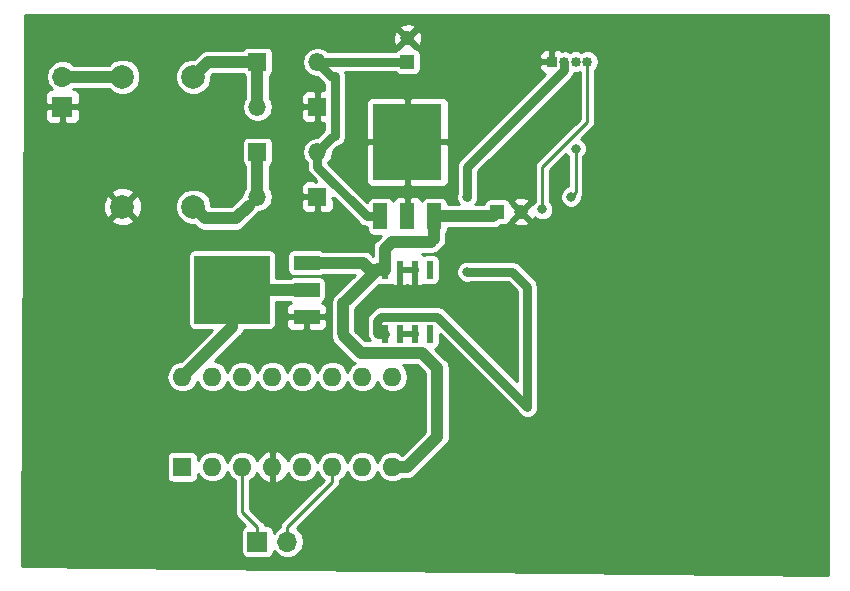
<source format=gbr>
G04 #@! TF.GenerationSoftware,KiCad,Pcbnew,(5.0.0)*
G04 #@! TF.CreationDate,2022-12-05T21:19:22-03:00*
G04 #@! TF.ProjectId,Projeto final,50726F6A65746F2066696E616C2E6B69,rev?*
G04 #@! TF.SameCoordinates,Original*
G04 #@! TF.FileFunction,Copper,L1,Top,Signal*
G04 #@! TF.FilePolarity,Positive*
%FSLAX46Y46*%
G04 Gerber Fmt 4.6, Leading zero omitted, Abs format (unit mm)*
G04 Created by KiCad (PCBNEW (5.0.0)) date 12/05/22 21:19:22*
%MOMM*%
%LPD*%
G01*
G04 APERTURE LIST*
G04 #@! TA.AperFunction,ComponentPad*
%ADD10R,1.200000X1.200000*%
G04 #@! TD*
G04 #@! TA.AperFunction,ComponentPad*
%ADD11C,1.200000*%
G04 #@! TD*
G04 #@! TA.AperFunction,ComponentPad*
%ADD12R,1.500000X1.500000*%
G04 #@! TD*
G04 #@! TA.AperFunction,ComponentPad*
%ADD13O,1.500000X1.500000*%
G04 #@! TD*
G04 #@! TA.AperFunction,ComponentPad*
%ADD14R,1.700000X1.700000*%
G04 #@! TD*
G04 #@! TA.AperFunction,ComponentPad*
%ADD15O,1.700000X1.700000*%
G04 #@! TD*
G04 #@! TA.AperFunction,ComponentPad*
%ADD16R,0.850000X0.850000*%
G04 #@! TD*
G04 #@! TA.AperFunction,ComponentPad*
%ADD17O,0.850000X0.850000*%
G04 #@! TD*
G04 #@! TA.AperFunction,ComponentPad*
%ADD18C,2.000000*%
G04 #@! TD*
G04 #@! TA.AperFunction,SMDPad,CuDef*
%ADD19R,1.200000X2.200000*%
G04 #@! TD*
G04 #@! TA.AperFunction,SMDPad,CuDef*
%ADD20R,5.800000X6.400000*%
G04 #@! TD*
G04 #@! TA.AperFunction,SMDPad,CuDef*
%ADD21R,0.600000X1.550000*%
G04 #@! TD*
G04 #@! TA.AperFunction,SMDPad,CuDef*
%ADD22R,6.400000X5.800000*%
G04 #@! TD*
G04 #@! TA.AperFunction,SMDPad,CuDef*
%ADD23R,2.200000X1.200000*%
G04 #@! TD*
G04 #@! TA.AperFunction,ComponentPad*
%ADD24R,1.600000X1.600000*%
G04 #@! TD*
G04 #@! TA.AperFunction,ComponentPad*
%ADD25O,1.600000X1.600000*%
G04 #@! TD*
G04 #@! TA.AperFunction,ViaPad*
%ADD26C,0.800000*%
G04 #@! TD*
G04 #@! TA.AperFunction,Conductor*
%ADD27C,0.750000*%
G04 #@! TD*
G04 #@! TA.AperFunction,Conductor*
%ADD28C,0.250000*%
G04 #@! TD*
G04 #@! TA.AperFunction,Conductor*
%ADD29C,1.000000*%
G04 #@! TD*
G04 #@! TA.AperFunction,Conductor*
%ADD30C,0.753000*%
G04 #@! TD*
G04 #@! TA.AperFunction,Conductor*
%ADD31C,0.254000*%
G04 #@! TD*
G04 APERTURE END LIST*
D10*
G04 #@! TO.P,C1,1*
G04 #@! TO.N,C1*
X138480000Y-81430000D03*
D11*
G04 #@! TO.P,C1,2*
G04 #@! TO.N,GND*
X138480000Y-79430000D03*
G04 #@! TD*
G04 #@! TO.P,C2,2*
G04 #@! TO.N,GND*
X148100000Y-94130000D03*
D10*
G04 #@! TO.P,C2,1*
G04 #@! TO.N,12V*
X146100000Y-94130000D03*
G04 #@! TD*
D12*
G04 #@! TO.P,D1,1*
G04 #@! TO.N,GND*
X130860000Y-92860000D03*
D13*
G04 #@! TO.P,D1,2*
G04 #@! TO.N,D1D2*
X125780000Y-92860000D03*
G04 #@! TD*
D12*
G04 #@! TO.P,D2,1*
G04 #@! TO.N,D1D2*
X125780000Y-89050000D03*
D13*
G04 #@! TO.P,D2,2*
G04 #@! TO.N,C1*
X130860000Y-89050000D03*
G04 #@! TD*
G04 #@! TO.P,D3,2*
G04 #@! TO.N,D3D4*
X125780000Y-85240000D03*
D12*
G04 #@! TO.P,D3,1*
G04 #@! TO.N,GND*
X130860000Y-85240000D03*
G04 #@! TD*
D13*
G04 #@! TO.P,D4,2*
G04 #@! TO.N,C1*
X130860000Y-81430000D03*
D12*
G04 #@! TO.P,D4,1*
G04 #@! TO.N,D3D4*
X125780000Y-81430000D03*
G04 #@! TD*
D14*
G04 #@! TO.P,J1,1*
G04 #@! TO.N,GND*
X109270000Y-85240000D03*
D15*
G04 #@! TO.P,J1,2*
G04 #@! TO.N,VCC-AC*
X109270000Y-82700000D03*
G04 #@! TD*
G04 #@! TO.P,J2,2*
G04 #@! TO.N,OUT-HORARIO*
X128320000Y-122070000D03*
D14*
G04 #@! TO.P,J2,1*
G04 #@! TO.N,OUT-ANTIH*
X125780000Y-122070000D03*
G04 #@! TD*
D16*
G04 #@! TO.P,J4,1*
G04 #@! TO.N,GND*
X150720000Y-81430000D03*
D17*
G04 #@! TO.P,J4,2*
G04 #@! TO.N,3.3V*
X151720000Y-81430000D03*
G04 #@! TO.P,J4,3*
G04 #@! TO.N,SDA*
X152720000Y-81430000D03*
G04 #@! TO.P,J4,4*
G04 #@! TO.N,SCL*
X153720000Y-81430000D03*
G04 #@! TD*
D18*
G04 #@! TO.P,T1,1*
G04 #@! TO.N,VCC-AC*
X114350000Y-82700000D03*
G04 #@! TO.P,T1,2*
G04 #@! TO.N,GND*
X114350000Y-93700000D03*
G04 #@! TO.P,T1,3*
G04 #@! TO.N,D3D4*
X120350000Y-82700000D03*
G04 #@! TO.P,T1,4*
G04 #@! TO.N,D1D2*
X120350000Y-93700000D03*
G04 #@! TD*
D19*
G04 #@! TO.P,U0,1*
G04 #@! TO.N,C1*
X136200000Y-94520000D03*
G04 #@! TO.P,U0,2*
G04 #@! TO.N,GND*
X138480000Y-94520000D03*
G04 #@! TO.P,U0,3*
G04 #@! TO.N,12V*
X140760000Y-94520000D03*
D20*
G04 #@! TO.P,U0,2*
G04 #@! TO.N,GND*
X138480000Y-88220000D03*
G04 #@! TD*
D21*
G04 #@! TO.P,U1,1*
G04 #@! TO.N,3.3V*
X136575000Y-104450000D03*
G04 #@! TO.P,U1,2*
G04 #@! TO.N,GND*
X137845000Y-104450000D03*
G04 #@! TO.P,U1,3*
X139115000Y-104450000D03*
G04 #@! TO.P,U1,4*
G04 #@! TO.N,Net-(U1-Pad4)*
X140385000Y-104450000D03*
G04 #@! TO.P,U1,5*
G04 #@! TO.N,Net-(U1-Pad5)*
X140385000Y-99050000D03*
G04 #@! TO.P,U1,6*
G04 #@! TO.N,GND*
X139115000Y-99050000D03*
G04 #@! TO.P,U1,7*
X137845000Y-99050000D03*
G04 #@! TO.P,U1,8*
G04 #@! TO.N,12V*
X136575000Y-99050000D03*
G04 #@! TD*
D22*
G04 #@! TO.P,U4,2*
G04 #@! TO.N,5V*
X123645000Y-100735000D03*
D23*
G04 #@! TO.P,U4,3*
G04 #@! TO.N,12V*
X129945000Y-98455000D03*
G04 #@! TO.P,U4,2*
G04 #@! TO.N,5V*
X129945000Y-100735000D03*
G04 #@! TO.P,U4,1*
G04 #@! TO.N,GND*
X129945000Y-103015000D03*
G04 #@! TD*
D24*
G04 #@! TO.P,U5,1*
G04 #@! TO.N,ENABLE*
X119430000Y-115720000D03*
D25*
G04 #@! TO.P,U5,9*
G04 #@! TO.N,Net-(U5-Pad9)*
X137210000Y-108100000D03*
G04 #@! TO.P,U5,2*
G04 #@! TO.N,HORARIO*
X121970000Y-115720000D03*
G04 #@! TO.P,U5,10*
G04 #@! TO.N,Net-(U5-Pad10)*
X134670000Y-108100000D03*
G04 #@! TO.P,U5,3*
G04 #@! TO.N,OUT-ANTIH*
X124510000Y-115720000D03*
G04 #@! TO.P,U5,11*
G04 #@! TO.N,Net-(U5-Pad11)*
X132130000Y-108100000D03*
G04 #@! TO.P,U5,4*
G04 #@! TO.N,GND*
X127050000Y-115720000D03*
G04 #@! TO.P,U5,12*
G04 #@! TO.N,Net-(U5-Pad12)*
X129590000Y-108100000D03*
G04 #@! TO.P,U5,5*
G04 #@! TO.N,Net-(U5-Pad5)*
X129590000Y-115720000D03*
G04 #@! TO.P,U5,13*
G04 #@! TO.N,Net-(U5-Pad13)*
X127050000Y-108100000D03*
G04 #@! TO.P,U5,6*
G04 #@! TO.N,OUT-HORARIO*
X132130000Y-115720000D03*
G04 #@! TO.P,U5,14*
G04 #@! TO.N,Net-(U5-Pad14)*
X124510000Y-108100000D03*
G04 #@! TO.P,U5,7*
G04 #@! TO.N,ANTIH*
X134670000Y-115720000D03*
G04 #@! TO.P,U5,15*
G04 #@! TO.N,Net-(U5-Pad15)*
X121970000Y-108100000D03*
G04 #@! TO.P,U5,8*
G04 #@! TO.N,12V*
X137210000Y-115720000D03*
G04 #@! TO.P,U5,16*
G04 #@! TO.N,5V*
X119430000Y-108100000D03*
G04 #@! TD*
D26*
G04 #@! TO.N,3.3V*
X148640000Y-110640000D03*
X143560000Y-99210000D03*
X143560000Y-92860000D03*
G04 #@! TO.N,SDA*
X152340000Y-92860000D03*
X152720000Y-88780000D03*
G04 #@! TO.N,SCL*
X149910000Y-93940000D03*
G04 #@! TD*
D27*
G04 #@! TO.N,C1*
X130860000Y-81430000D02*
X136790000Y-81430000D01*
X130860000Y-89050000D02*
X130860000Y-90320000D01*
X135060000Y-94520000D02*
X136200000Y-94520000D01*
X130860000Y-90320000D02*
X135060000Y-94520000D01*
X136790000Y-81430000D02*
X138480000Y-81430000D01*
X132130000Y-82700000D02*
X130860000Y-81430000D01*
X130860000Y-89050000D02*
X132130000Y-87780000D01*
X132350000Y-87750000D02*
X132350000Y-82670000D01*
D28*
G04 #@! TO.N,12V*
X140760000Y-95020000D02*
X140760000Y-94520000D01*
X145710000Y-94520000D02*
X146100000Y-94130000D01*
D29*
X140760000Y-94520000D02*
X145710000Y-94520000D01*
X133089999Y-104689999D02*
X134350000Y-105950000D01*
X134534998Y-106050000D02*
X136200000Y-106050000D01*
X140760000Y-94520000D02*
X140760000Y-96410000D01*
D28*
X140760000Y-96410000D02*
X140500000Y-96670000D01*
X136575000Y-98575000D02*
X136575000Y-99050000D01*
D29*
X140500000Y-96670000D02*
X138480000Y-96670000D01*
X134710000Y-98455000D02*
X129945000Y-98455000D01*
X136575000Y-99050000D02*
X135305000Y-99050000D01*
X135305000Y-99050000D02*
X134710000Y-98455000D01*
D28*
X133400000Y-101675000D02*
X133400000Y-101750000D01*
D29*
X135975000Y-98975000D02*
X133350000Y-101600000D01*
D28*
X136575000Y-99050000D02*
X136025000Y-99050000D01*
D29*
X133050000Y-101860000D02*
X133050000Y-104400000D01*
X138480000Y-96670000D02*
X137210000Y-96670000D01*
X136575000Y-97305000D02*
X136575000Y-99050000D01*
X137210000Y-96670000D02*
X136575000Y-97305000D01*
X141020000Y-113180000D02*
X138480000Y-115720000D01*
X141020000Y-107370000D02*
X141020000Y-113180000D01*
X136200000Y-106050000D02*
X139700000Y-106050000D01*
X138480000Y-115720000D02*
X137210000Y-115720000D01*
X139700000Y-106050000D02*
X141020000Y-107370000D01*
D28*
G04 #@! TO.N,D1D2*
X125030001Y-93609999D02*
X125780000Y-92860000D01*
D29*
X123940001Y-94699999D02*
X125030001Y-93609999D01*
X121349999Y-94699999D02*
X123940001Y-94699999D01*
X120350000Y-93700000D02*
X121349999Y-94699999D01*
X125780000Y-89050000D02*
X125780000Y-92860000D01*
G04 #@! TO.N,D3D4*
X120350000Y-82700000D02*
X121620000Y-81430000D01*
X121620000Y-81430000D02*
X125780000Y-81430000D01*
X125780000Y-81430000D02*
X125780000Y-85240000D01*
G04 #@! TO.N,VCC-AC*
X109270000Y-82700000D02*
X114350000Y-82700000D01*
D28*
G04 #@! TO.N,OUT-HORARIO*
X128320000Y-122070000D02*
X128320000Y-120800000D01*
X132130000Y-116990000D02*
X132130000Y-115720000D01*
X128320000Y-120800000D02*
X132130000Y-116990000D01*
G04 #@! TO.N,OUT-ANTIH*
X124510000Y-115720000D02*
X124510000Y-119530000D01*
X125780000Y-120800000D02*
X125780000Y-122070000D01*
X124510000Y-119530000D02*
X125780000Y-120800000D01*
D27*
G04 #@! TO.N,3.3V*
X141020000Y-103020000D02*
X148640000Y-110640000D01*
X136260000Y-103020000D02*
X141020000Y-103020000D01*
X148640000Y-110640000D02*
X148640000Y-103020000D01*
X148640000Y-103020000D02*
X148640000Y-100480000D01*
X148640000Y-100480000D02*
X147370000Y-99210000D01*
X147370000Y-99210000D02*
X143560000Y-99210000D01*
D28*
X143560000Y-99210000D02*
X143560000Y-99210000D01*
D27*
X151720000Y-81430000D02*
X151720000Y-82160000D01*
X151720000Y-82160000D02*
X143560000Y-90320000D01*
X143560000Y-90320000D02*
X143560000Y-92860000D01*
D28*
X143560000Y-92860000D02*
X143560000Y-92860000D01*
X136025000Y-104450000D02*
X135940000Y-104365000D01*
D27*
X136575000Y-104450000D02*
X136025000Y-104450000D01*
X135940000Y-103340000D02*
X136260000Y-103020000D01*
D30*
X135940000Y-104365000D02*
X135940000Y-103340000D01*
D29*
G04 #@! TO.N,5V*
X123645000Y-103885000D02*
X119430000Y-108100000D01*
X123645000Y-100735000D02*
X123645000Y-103885000D01*
X129945000Y-100735000D02*
X123645000Y-100735000D01*
D28*
G04 #@! TO.N,SDA*
X152720000Y-92480000D02*
X152340000Y-92860000D01*
X152720000Y-88780000D02*
X152720000Y-92480000D01*
G04 #@! TO.N,SCL*
X153720000Y-81430000D02*
X153720000Y-86510000D01*
X149910000Y-90320000D02*
X149910000Y-93940000D01*
X153720000Y-86510000D02*
X149910000Y-90320000D01*
G04 #@! TD*
D31*
G04 #@! TO.N,GND*
G36*
X174123000Y-124921510D02*
X105827805Y-124124483D01*
X105930306Y-108100000D01*
X118077003Y-108100000D01*
X118179994Y-108617770D01*
X118473287Y-109056713D01*
X118912230Y-109350006D01*
X119299304Y-109427000D01*
X119560696Y-109427000D01*
X119947770Y-109350006D01*
X120386713Y-109056713D01*
X120680006Y-108617770D01*
X120700000Y-108517254D01*
X120719994Y-108617770D01*
X121013287Y-109056713D01*
X121452230Y-109350006D01*
X121839304Y-109427000D01*
X122100696Y-109427000D01*
X122487770Y-109350006D01*
X122926713Y-109056713D01*
X123220006Y-108617770D01*
X123240000Y-108517254D01*
X123259994Y-108617770D01*
X123553287Y-109056713D01*
X123992230Y-109350006D01*
X124379304Y-109427000D01*
X124640696Y-109427000D01*
X125027770Y-109350006D01*
X125466713Y-109056713D01*
X125760006Y-108617770D01*
X125780000Y-108517254D01*
X125799994Y-108617770D01*
X126093287Y-109056713D01*
X126532230Y-109350006D01*
X126919304Y-109427000D01*
X127180696Y-109427000D01*
X127567770Y-109350006D01*
X128006713Y-109056713D01*
X128300006Y-108617770D01*
X128320000Y-108517254D01*
X128339994Y-108617770D01*
X128633287Y-109056713D01*
X129072230Y-109350006D01*
X129459304Y-109427000D01*
X129720696Y-109427000D01*
X130107770Y-109350006D01*
X130546713Y-109056713D01*
X130840006Y-108617770D01*
X130860000Y-108517254D01*
X130879994Y-108617770D01*
X131173287Y-109056713D01*
X131612230Y-109350006D01*
X131999304Y-109427000D01*
X132260696Y-109427000D01*
X132647770Y-109350006D01*
X133086713Y-109056713D01*
X133380006Y-108617770D01*
X133400000Y-108517254D01*
X133419994Y-108617770D01*
X133713287Y-109056713D01*
X134152230Y-109350006D01*
X134539304Y-109427000D01*
X134800696Y-109427000D01*
X135187770Y-109350006D01*
X135626713Y-109056713D01*
X135920006Y-108617770D01*
X135940000Y-108517254D01*
X135959994Y-108617770D01*
X136253287Y-109056713D01*
X136692230Y-109350006D01*
X137079304Y-109427000D01*
X137340696Y-109427000D01*
X137727770Y-109350006D01*
X138166713Y-109056713D01*
X138460006Y-108617770D01*
X138562997Y-108100000D01*
X138460006Y-107582230D01*
X138166713Y-107143287D01*
X138067508Y-107077000D01*
X139274604Y-107077000D01*
X139993000Y-107795397D01*
X139993001Y-112754601D01*
X138057375Y-114690229D01*
X137727770Y-114469994D01*
X137340696Y-114393000D01*
X137079304Y-114393000D01*
X136692230Y-114469994D01*
X136253287Y-114763287D01*
X135959994Y-115202230D01*
X135940000Y-115302746D01*
X135920006Y-115202230D01*
X135626713Y-114763287D01*
X135187770Y-114469994D01*
X134800696Y-114393000D01*
X134539304Y-114393000D01*
X134152230Y-114469994D01*
X133713287Y-114763287D01*
X133419994Y-115202230D01*
X133400000Y-115302746D01*
X133380006Y-115202230D01*
X133086713Y-114763287D01*
X132647770Y-114469994D01*
X132260696Y-114393000D01*
X131999304Y-114393000D01*
X131612230Y-114469994D01*
X131173287Y-114763287D01*
X130879994Y-115202230D01*
X130860000Y-115302746D01*
X130840006Y-115202230D01*
X130546713Y-114763287D01*
X130107770Y-114469994D01*
X129720696Y-114393000D01*
X129459304Y-114393000D01*
X129072230Y-114469994D01*
X128633287Y-114763287D01*
X128352909Y-115182901D01*
X128202389Y-114864866D01*
X127787423Y-114488959D01*
X127399039Y-114328096D01*
X127177000Y-114450085D01*
X127177000Y-115593000D01*
X127197000Y-115593000D01*
X127197000Y-115847000D01*
X127177000Y-115847000D01*
X127177000Y-116989915D01*
X127399039Y-117111904D01*
X127787423Y-116951041D01*
X128202389Y-116575134D01*
X128352909Y-116257099D01*
X128633287Y-116676713D01*
X129072230Y-116970006D01*
X129459304Y-117047000D01*
X129720696Y-117047000D01*
X130107770Y-116970006D01*
X130546713Y-116676713D01*
X130840006Y-116237770D01*
X130860000Y-116137254D01*
X130879994Y-116237770D01*
X131173287Y-116676713D01*
X131381857Y-116816075D01*
X127904372Y-120293561D01*
X127849936Y-120329935D01*
X127813562Y-120384372D01*
X127813561Y-120384373D01*
X127705830Y-120545603D01*
X127655228Y-120800000D01*
X127665426Y-120851268D01*
X127327238Y-121077238D01*
X127167324Y-121316566D01*
X127167324Y-121220000D01*
X127126423Y-121014375D01*
X127009945Y-120840055D01*
X126835625Y-120723577D01*
X126630000Y-120682676D01*
X126421436Y-120682676D01*
X126394170Y-120545602D01*
X126250065Y-120329935D01*
X126195629Y-120293562D01*
X125162000Y-119259934D01*
X125162000Y-116880316D01*
X125466713Y-116676713D01*
X125747091Y-116257099D01*
X125897611Y-116575134D01*
X126312577Y-116951041D01*
X126700961Y-117111904D01*
X126923000Y-116989915D01*
X126923000Y-115847000D01*
X126903000Y-115847000D01*
X126903000Y-115593000D01*
X126923000Y-115593000D01*
X126923000Y-114450085D01*
X126700961Y-114328096D01*
X126312577Y-114488959D01*
X125897611Y-114864866D01*
X125747091Y-115182901D01*
X125466713Y-114763287D01*
X125027770Y-114469994D01*
X124640696Y-114393000D01*
X124379304Y-114393000D01*
X123992230Y-114469994D01*
X123553287Y-114763287D01*
X123259994Y-115202230D01*
X123240000Y-115302746D01*
X123220006Y-115202230D01*
X122926713Y-114763287D01*
X122487770Y-114469994D01*
X122100696Y-114393000D01*
X121839304Y-114393000D01*
X121452230Y-114469994D01*
X121013287Y-114763287D01*
X120767324Y-115131396D01*
X120767324Y-114920000D01*
X120726423Y-114714375D01*
X120609945Y-114540055D01*
X120435625Y-114423577D01*
X120230000Y-114382676D01*
X118630000Y-114382676D01*
X118424375Y-114423577D01*
X118250055Y-114540055D01*
X118133577Y-114714375D01*
X118092676Y-114920000D01*
X118092676Y-116520000D01*
X118133577Y-116725625D01*
X118250055Y-116899945D01*
X118424375Y-117016423D01*
X118630000Y-117057324D01*
X120230000Y-117057324D01*
X120435625Y-117016423D01*
X120609945Y-116899945D01*
X120726423Y-116725625D01*
X120767324Y-116520000D01*
X120767324Y-116308604D01*
X121013287Y-116676713D01*
X121452230Y-116970006D01*
X121839304Y-117047000D01*
X122100696Y-117047000D01*
X122487770Y-116970006D01*
X122926713Y-116676713D01*
X123220006Y-116237770D01*
X123240000Y-116137254D01*
X123259994Y-116237770D01*
X123553287Y-116676713D01*
X123858000Y-116880316D01*
X123858001Y-119465785D01*
X123845228Y-119530000D01*
X123895830Y-119784397D01*
X123895831Y-119784398D01*
X124039936Y-120000065D01*
X124094372Y-120036438D01*
X124772031Y-120714098D01*
X124724375Y-120723577D01*
X124550055Y-120840055D01*
X124433577Y-121014375D01*
X124392676Y-121220000D01*
X124392676Y-122920000D01*
X124433577Y-123125625D01*
X124550055Y-123299945D01*
X124724375Y-123416423D01*
X124930000Y-123457324D01*
X126630000Y-123457324D01*
X126835625Y-123416423D01*
X127009945Y-123299945D01*
X127126423Y-123125625D01*
X127167324Y-122920000D01*
X127167324Y-122823434D01*
X127327238Y-123062762D01*
X127782721Y-123367106D01*
X128184377Y-123447000D01*
X128455623Y-123447000D01*
X128857279Y-123367106D01*
X129312762Y-123062762D01*
X129617106Y-122607279D01*
X129723977Y-122070000D01*
X129617106Y-121532721D01*
X129312762Y-121077238D01*
X129104191Y-120937875D01*
X132545632Y-117496436D01*
X132600065Y-117460065D01*
X132636437Y-117405631D01*
X132636440Y-117405628D01*
X132704091Y-117304380D01*
X132744170Y-117244398D01*
X132782000Y-117054214D01*
X132782000Y-117054210D01*
X132794772Y-116990000D01*
X132782000Y-116925790D01*
X132782000Y-116880316D01*
X133086713Y-116676713D01*
X133380006Y-116237770D01*
X133400000Y-116137254D01*
X133419994Y-116237770D01*
X133713287Y-116676713D01*
X134152230Y-116970006D01*
X134539304Y-117047000D01*
X134800696Y-117047000D01*
X135187770Y-116970006D01*
X135626713Y-116676713D01*
X135920006Y-116237770D01*
X135940000Y-116137254D01*
X135959994Y-116237770D01*
X136253287Y-116676713D01*
X136692230Y-116970006D01*
X137079304Y-117047000D01*
X137340696Y-117047000D01*
X137727770Y-116970006D01*
X138061521Y-116747000D01*
X138378851Y-116747000D01*
X138480000Y-116767120D01*
X138581149Y-116747000D01*
X138581150Y-116747000D01*
X138880715Y-116687413D01*
X139220426Y-116460426D01*
X139277726Y-116374670D01*
X141674675Y-113977723D01*
X141760426Y-113920426D01*
X141987413Y-113580715D01*
X142047000Y-113281150D01*
X142067120Y-113180001D01*
X142047000Y-113078852D01*
X142047000Y-107471149D01*
X142067120Y-107370000D01*
X142022024Y-107143287D01*
X141987413Y-106969285D01*
X141760426Y-106629574D01*
X141674673Y-106572276D01*
X140834903Y-105732507D01*
X140890625Y-105721423D01*
X141064945Y-105604945D01*
X141181423Y-105430625D01*
X141222324Y-105225000D01*
X141222324Y-104497944D01*
X147829127Y-111104748D01*
X147854127Y-111165103D01*
X148114897Y-111425873D01*
X148455608Y-111567000D01*
X148824392Y-111567000D01*
X149165103Y-111425873D01*
X149425873Y-111165103D01*
X149567000Y-110824392D01*
X149567000Y-110455608D01*
X149542000Y-110395253D01*
X149542000Y-100568837D01*
X149559671Y-100479999D01*
X149489665Y-100128057D01*
X149415735Y-100017413D01*
X149290306Y-99829694D01*
X149214992Y-99779371D01*
X148070631Y-98635011D01*
X148020306Y-98559694D01*
X147721943Y-98360335D01*
X147458838Y-98308000D01*
X147370000Y-98290329D01*
X147281162Y-98308000D01*
X143804747Y-98308000D01*
X143744392Y-98283000D01*
X143375608Y-98283000D01*
X143034897Y-98424127D01*
X142774127Y-98684897D01*
X142633000Y-99025608D01*
X142633000Y-99394392D01*
X142774127Y-99735103D01*
X143034897Y-99995873D01*
X143375608Y-100137000D01*
X143744392Y-100137000D01*
X143804747Y-100112000D01*
X146996380Y-100112000D01*
X147738001Y-100853622D01*
X147738000Y-103108837D01*
X147738001Y-103108842D01*
X147738000Y-108462379D01*
X141720631Y-102445011D01*
X141670306Y-102369694D01*
X141371943Y-102170335D01*
X141108838Y-102118000D01*
X141020000Y-102100329D01*
X140931162Y-102118000D01*
X136348836Y-102118000D01*
X136259999Y-102100329D01*
X136171163Y-102118000D01*
X136171162Y-102118000D01*
X135908057Y-102170335D01*
X135609694Y-102369694D01*
X135559369Y-102445011D01*
X135370444Y-102633936D01*
X135288614Y-102688613D01*
X135088923Y-102987472D01*
X135036501Y-103251016D01*
X135036501Y-103258698D01*
X135020329Y-103340000D01*
X135036501Y-103421301D01*
X135036500Y-104453983D01*
X135088922Y-104717527D01*
X135288613Y-105016387D01*
X135298510Y-105023000D01*
X134875397Y-105023000D01*
X134077000Y-104224604D01*
X134077000Y-102325396D01*
X136079049Y-100323347D01*
X136275000Y-100362324D01*
X136875000Y-100362324D01*
X137080625Y-100321423D01*
X137118254Y-100296280D01*
X137185301Y-100363327D01*
X137418690Y-100460000D01*
X137559250Y-100460000D01*
X137718000Y-100301250D01*
X137718000Y-99177000D01*
X137972000Y-99177000D01*
X137972000Y-100301250D01*
X138130750Y-100460000D01*
X138271310Y-100460000D01*
X138480000Y-100373558D01*
X138688690Y-100460000D01*
X138829250Y-100460000D01*
X138988000Y-100301250D01*
X138988000Y-99177000D01*
X137972000Y-99177000D01*
X137718000Y-99177000D01*
X137698000Y-99177000D01*
X137698000Y-98923000D01*
X137718000Y-98923000D01*
X137718000Y-98903000D01*
X137972000Y-98903000D01*
X137972000Y-98923000D01*
X138988000Y-98923000D01*
X138988000Y-98903000D01*
X139242000Y-98903000D01*
X139242000Y-98923000D01*
X139262000Y-98923000D01*
X139262000Y-99177000D01*
X139242000Y-99177000D01*
X139242000Y-100301250D01*
X139400750Y-100460000D01*
X139541310Y-100460000D01*
X139774699Y-100363327D01*
X139841746Y-100296280D01*
X139879375Y-100321423D01*
X140085000Y-100362324D01*
X140685000Y-100362324D01*
X140890625Y-100321423D01*
X141064945Y-100204945D01*
X141181423Y-100030625D01*
X141222324Y-99825000D01*
X141222324Y-98275000D01*
X141181423Y-98069375D01*
X141064945Y-97895055D01*
X140890625Y-97778577D01*
X140685000Y-97737676D01*
X140085000Y-97737676D01*
X139879375Y-97778577D01*
X139841746Y-97803720D01*
X139774699Y-97736673D01*
X139678920Y-97697000D01*
X140601150Y-97697000D01*
X140900715Y-97637413D01*
X141240426Y-97410426D01*
X141344567Y-97254567D01*
X141500426Y-97150426D01*
X141727413Y-96810715D01*
X141787000Y-96511150D01*
X141787000Y-95929523D01*
X141856423Y-95825625D01*
X141897324Y-95620000D01*
X141897324Y-95547000D01*
X145811150Y-95547000D01*
X146110715Y-95487413D01*
X146440102Y-95267324D01*
X146700000Y-95267324D01*
X146905625Y-95226423D01*
X147079945Y-95109945D01*
X147158262Y-94992735D01*
X147416870Y-94992735D01*
X147466383Y-95218164D01*
X147931036Y-95377807D01*
X148421413Y-95347482D01*
X148733617Y-95218164D01*
X148783130Y-94992735D01*
X148100000Y-94309605D01*
X147416870Y-94992735D01*
X147158262Y-94992735D01*
X147196423Y-94935625D01*
X147221478Y-94809663D01*
X147237265Y-94813130D01*
X147920395Y-94130000D01*
X147237265Y-93446870D01*
X147221478Y-93450337D01*
X147196423Y-93324375D01*
X147158263Y-93267265D01*
X147416870Y-93267265D01*
X148100000Y-93950395D01*
X148783130Y-93267265D01*
X148733617Y-93041836D01*
X148268964Y-92882193D01*
X147778587Y-92912518D01*
X147466383Y-93041836D01*
X147416870Y-93267265D01*
X147158263Y-93267265D01*
X147079945Y-93150055D01*
X146905625Y-93033577D01*
X146700000Y-92992676D01*
X145500000Y-92992676D01*
X145294375Y-93033577D01*
X145120055Y-93150055D01*
X145003577Y-93324375D01*
X144970036Y-93493000D01*
X144237976Y-93493000D01*
X144345873Y-93385103D01*
X144487000Y-93044392D01*
X144487000Y-92675608D01*
X144462000Y-92615253D01*
X144462000Y-90693620D01*
X152294992Y-82860629D01*
X152370306Y-82810306D01*
X152569665Y-82511943D01*
X152596682Y-82376121D01*
X152626240Y-82382000D01*
X152813760Y-82382000D01*
X153068000Y-82331429D01*
X153068001Y-86239931D01*
X149494374Y-89813559D01*
X149439935Y-89849935D01*
X149295830Y-90065603D01*
X149258000Y-90255787D01*
X149258000Y-90255790D01*
X149245228Y-90320000D01*
X149258000Y-90384210D01*
X149258001Y-93281023D01*
X149124127Y-93414897D01*
X149098529Y-93476696D01*
X148962735Y-93446870D01*
X148279605Y-94130000D01*
X148962735Y-94813130D01*
X149188164Y-94763617D01*
X149248124Y-94589100D01*
X149384897Y-94725873D01*
X149725608Y-94867000D01*
X150094392Y-94867000D01*
X150435103Y-94725873D01*
X150695873Y-94465103D01*
X150837000Y-94124392D01*
X150837000Y-93755608D01*
X150695873Y-93414897D01*
X150562000Y-93281024D01*
X150562000Y-90590066D01*
X151908598Y-89243469D01*
X151934127Y-89305103D01*
X152068000Y-89438976D01*
X152068001Y-91969288D01*
X151814897Y-92074127D01*
X151554127Y-92334897D01*
X151413000Y-92675608D01*
X151413000Y-93044392D01*
X151554127Y-93385103D01*
X151814897Y-93645873D01*
X152155608Y-93787000D01*
X152524392Y-93787000D01*
X152865103Y-93645873D01*
X153125873Y-93385103D01*
X153267000Y-93044392D01*
X153267000Y-92834924D01*
X153334170Y-92734398D01*
X153372000Y-92544214D01*
X153372000Y-92544211D01*
X153384772Y-92480001D01*
X153372000Y-92415791D01*
X153372000Y-89438976D01*
X153505873Y-89305103D01*
X153647000Y-88964392D01*
X153647000Y-88595608D01*
X153505873Y-88254897D01*
X153245103Y-87994127D01*
X153183470Y-87968598D01*
X154135631Y-87016437D01*
X154190065Y-86980065D01*
X154226437Y-86925631D01*
X154226440Y-86925628D01*
X154294091Y-86824380D01*
X154334170Y-86764398D01*
X154372000Y-86574214D01*
X154372000Y-86574210D01*
X154384772Y-86510000D01*
X154372000Y-86445790D01*
X154372000Y-82139307D01*
X154406353Y-82116353D01*
X154616764Y-81801452D01*
X154690650Y-81430000D01*
X154616764Y-81058548D01*
X154406353Y-80743647D01*
X154091452Y-80533236D01*
X153813760Y-80478000D01*
X153626240Y-80478000D01*
X153348548Y-80533236D01*
X153220000Y-80619129D01*
X153091452Y-80533236D01*
X152813760Y-80478000D01*
X152626240Y-80478000D01*
X152348548Y-80533236D01*
X152220000Y-80619129D01*
X152091452Y-80533236D01*
X151813760Y-80478000D01*
X151626240Y-80478000D01*
X151534311Y-80496286D01*
X151504699Y-80466673D01*
X151271310Y-80370000D01*
X151005750Y-80370000D01*
X150847000Y-80528750D01*
X150847000Y-81022983D01*
X150823236Y-81058548D01*
X150749350Y-81430000D01*
X150778590Y-81577000D01*
X150593000Y-81577000D01*
X150593000Y-81557000D01*
X149818750Y-81557000D01*
X149660000Y-81715750D01*
X149660000Y-81981309D01*
X149756673Y-82214698D01*
X149935301Y-82393327D01*
X150130286Y-82474093D01*
X142985011Y-89619369D01*
X142909694Y-89669694D01*
X142752888Y-89904373D01*
X142710335Y-89968058D01*
X142640329Y-90320000D01*
X142658000Y-90408838D01*
X142658001Y-92615250D01*
X142633000Y-92675608D01*
X142633000Y-93044392D01*
X142774127Y-93385103D01*
X142882024Y-93493000D01*
X141897324Y-93493000D01*
X141897324Y-93420000D01*
X141856423Y-93214375D01*
X141739945Y-93040055D01*
X141565625Y-92923577D01*
X141360000Y-92882676D01*
X140160000Y-92882676D01*
X139954375Y-92923577D01*
X139780055Y-93040055D01*
X139675040Y-93197219D01*
X139618327Y-93060302D01*
X139439699Y-92881673D01*
X139206310Y-92785000D01*
X138765750Y-92785000D01*
X138607000Y-92943750D01*
X138607000Y-94393000D01*
X138627000Y-94393000D01*
X138627000Y-94647000D01*
X138607000Y-94647000D01*
X138607000Y-94667000D01*
X138353000Y-94667000D01*
X138353000Y-94647000D01*
X138333000Y-94647000D01*
X138333000Y-94393000D01*
X138353000Y-94393000D01*
X138353000Y-92943750D01*
X138194250Y-92785000D01*
X137753690Y-92785000D01*
X137520301Y-92881673D01*
X137341673Y-93060302D01*
X137284960Y-93197219D01*
X137179945Y-93040055D01*
X137005625Y-92923577D01*
X136800000Y-92882676D01*
X135600000Y-92882676D01*
X135394375Y-92923577D01*
X135220055Y-93040055D01*
X135103577Y-93214375D01*
X135091369Y-93275748D01*
X131782916Y-89967296D01*
X132062907Y-89548260D01*
X132162017Y-89050000D01*
X132157638Y-89027983D01*
X132557156Y-88628465D01*
X132701942Y-88599665D01*
X132842496Y-88505750D01*
X134945000Y-88505750D01*
X134945000Y-91546309D01*
X135041673Y-91779698D01*
X135220301Y-91958327D01*
X135453690Y-92055000D01*
X138194250Y-92055000D01*
X138353000Y-91896250D01*
X138353000Y-88347000D01*
X138607000Y-88347000D01*
X138607000Y-91896250D01*
X138765750Y-92055000D01*
X141506310Y-92055000D01*
X141739699Y-91958327D01*
X141918327Y-91779698D01*
X142015000Y-91546309D01*
X142015000Y-88505750D01*
X141856250Y-88347000D01*
X138607000Y-88347000D01*
X138353000Y-88347000D01*
X135103750Y-88347000D01*
X134945000Y-88505750D01*
X132842496Y-88505750D01*
X133000306Y-88400306D01*
X133199665Y-88101943D01*
X133252000Y-87838838D01*
X133252000Y-84893691D01*
X134945000Y-84893691D01*
X134945000Y-87934250D01*
X135103750Y-88093000D01*
X138353000Y-88093000D01*
X138353000Y-84543750D01*
X138607000Y-84543750D01*
X138607000Y-88093000D01*
X141856250Y-88093000D01*
X142015000Y-87934250D01*
X142015000Y-84893691D01*
X141918327Y-84660302D01*
X141739699Y-84481673D01*
X141506310Y-84385000D01*
X138765750Y-84385000D01*
X138607000Y-84543750D01*
X138353000Y-84543750D01*
X138194250Y-84385000D01*
X135453690Y-84385000D01*
X135220301Y-84481673D01*
X135041673Y-84660302D01*
X134945000Y-84893691D01*
X133252000Y-84893691D01*
X133252000Y-82581162D01*
X133202438Y-82332000D01*
X137447973Y-82332000D01*
X137500055Y-82409945D01*
X137674375Y-82526423D01*
X137880000Y-82567324D01*
X139080000Y-82567324D01*
X139285625Y-82526423D01*
X139459945Y-82409945D01*
X139576423Y-82235625D01*
X139617324Y-82030000D01*
X139617324Y-80878691D01*
X149660000Y-80878691D01*
X149660000Y-81144250D01*
X149818750Y-81303000D01*
X150593000Y-81303000D01*
X150593000Y-80528750D01*
X150434250Y-80370000D01*
X150168690Y-80370000D01*
X149935301Y-80466673D01*
X149756673Y-80645302D01*
X149660000Y-80878691D01*
X139617324Y-80878691D01*
X139617324Y-80830000D01*
X139576423Y-80624375D01*
X139459945Y-80450055D01*
X139285625Y-80333577D01*
X139159663Y-80308522D01*
X139163130Y-80292735D01*
X138480000Y-79609605D01*
X137796870Y-80292735D01*
X137800337Y-80308522D01*
X137674375Y-80333577D01*
X137500055Y-80450055D01*
X137447973Y-80528000D01*
X131793137Y-80528000D01*
X131780665Y-80509335D01*
X131358260Y-80227093D01*
X130985769Y-80153000D01*
X130734231Y-80153000D01*
X130361740Y-80227093D01*
X129939335Y-80509335D01*
X129657093Y-80931740D01*
X129557983Y-81430000D01*
X129657093Y-81928260D01*
X129939335Y-82350665D01*
X130361740Y-82632907D01*
X130734231Y-82707000D01*
X130861379Y-82707000D01*
X131448001Y-83293622D01*
X131448001Y-83855000D01*
X131145750Y-83855000D01*
X130987000Y-84013750D01*
X130987000Y-85113000D01*
X131007000Y-85113000D01*
X131007000Y-85367000D01*
X130987000Y-85367000D01*
X130987000Y-86466250D01*
X131145750Y-86625000D01*
X131448000Y-86625000D01*
X131448000Y-87186379D01*
X130861379Y-87773000D01*
X130734231Y-87773000D01*
X130361740Y-87847093D01*
X129939335Y-88129335D01*
X129657093Y-88551740D01*
X129557983Y-89050000D01*
X129657093Y-89548260D01*
X129939335Y-89970665D01*
X129958001Y-89983137D01*
X129958001Y-90231158D01*
X129940329Y-90320000D01*
X130010335Y-90671942D01*
X130155734Y-90889548D01*
X130209695Y-90970306D01*
X130285009Y-91020629D01*
X130739380Y-91475000D01*
X130732998Y-91475000D01*
X130732998Y-91633748D01*
X130574250Y-91475000D01*
X129983691Y-91475000D01*
X129750302Y-91571673D01*
X129571673Y-91750301D01*
X129475000Y-91983690D01*
X129475000Y-92574250D01*
X129633750Y-92733000D01*
X130733000Y-92733000D01*
X130733000Y-92713000D01*
X130987000Y-92713000D01*
X130987000Y-92733000D01*
X131007000Y-92733000D01*
X131007000Y-92987000D01*
X130987000Y-92987000D01*
X130987000Y-94086250D01*
X131145750Y-94245000D01*
X131736309Y-94245000D01*
X131969698Y-94148327D01*
X132148327Y-93969699D01*
X132245000Y-93736310D01*
X132245000Y-93145750D01*
X132086252Y-92987002D01*
X132245000Y-92987002D01*
X132245000Y-92980620D01*
X134359371Y-95094992D01*
X134409694Y-95170306D01*
X134672502Y-95345908D01*
X134708057Y-95369665D01*
X135060000Y-95439671D01*
X135062676Y-95439139D01*
X135062676Y-95620000D01*
X135103577Y-95825625D01*
X135220055Y-95999945D01*
X135394375Y-96116423D01*
X135600000Y-96157324D01*
X136270280Y-96157324D01*
X135920331Y-96507273D01*
X135834574Y-96564574D01*
X135607587Y-96904286D01*
X135574482Y-97070716D01*
X135527880Y-97305000D01*
X135548000Y-97406150D01*
X135548000Y-97840604D01*
X135507727Y-97800331D01*
X135450426Y-97714574D01*
X135110715Y-97487587D01*
X134811150Y-97428000D01*
X134811149Y-97428000D01*
X134710000Y-97407880D01*
X134608851Y-97428000D01*
X131354523Y-97428000D01*
X131250625Y-97358577D01*
X131045000Y-97317676D01*
X128845000Y-97317676D01*
X128639375Y-97358577D01*
X128465055Y-97475055D01*
X128348577Y-97649375D01*
X128307676Y-97855000D01*
X128307676Y-99055000D01*
X128348577Y-99260625D01*
X128465055Y-99434945D01*
X128639375Y-99551423D01*
X128845000Y-99592324D01*
X131045000Y-99592324D01*
X131250625Y-99551423D01*
X131354523Y-99482000D01*
X134015603Y-99482000D01*
X132552278Y-100945326D01*
X132537698Y-100967147D01*
X132309574Y-101119574D01*
X132082587Y-101459286D01*
X132023000Y-101758851D01*
X132023001Y-104501150D01*
X132051722Y-104645542D01*
X132042879Y-104689999D01*
X132122587Y-105090714D01*
X132292277Y-105344673D01*
X133695325Y-106747722D01*
X133949284Y-106917412D01*
X133999599Y-106927420D01*
X134017976Y-106939700D01*
X133713287Y-107143287D01*
X133419994Y-107582230D01*
X133400000Y-107682746D01*
X133380006Y-107582230D01*
X133086713Y-107143287D01*
X132647770Y-106849994D01*
X132260696Y-106773000D01*
X131999304Y-106773000D01*
X131612230Y-106849994D01*
X131173287Y-107143287D01*
X130879994Y-107582230D01*
X130860000Y-107682746D01*
X130840006Y-107582230D01*
X130546713Y-107143287D01*
X130107770Y-106849994D01*
X129720696Y-106773000D01*
X129459304Y-106773000D01*
X129072230Y-106849994D01*
X128633287Y-107143287D01*
X128339994Y-107582230D01*
X128320000Y-107682746D01*
X128300006Y-107582230D01*
X128006713Y-107143287D01*
X127567770Y-106849994D01*
X127180696Y-106773000D01*
X126919304Y-106773000D01*
X126532230Y-106849994D01*
X126093287Y-107143287D01*
X125799994Y-107582230D01*
X125780000Y-107682746D01*
X125760006Y-107582230D01*
X125466713Y-107143287D01*
X125027770Y-106849994D01*
X124640696Y-106773000D01*
X124379304Y-106773000D01*
X123992230Y-106849994D01*
X123553287Y-107143287D01*
X123259994Y-107582230D01*
X123240000Y-107682746D01*
X123220006Y-107582230D01*
X122926713Y-107143287D01*
X122487770Y-106849994D01*
X122191362Y-106791035D01*
X124299672Y-104682725D01*
X124385426Y-104625426D01*
X124587500Y-104323000D01*
X124612412Y-104285717D01*
X124612412Y-104285716D01*
X124612413Y-104285715D01*
X124634968Y-104172324D01*
X126845000Y-104172324D01*
X127050625Y-104131423D01*
X127224945Y-104014945D01*
X127341423Y-103840625D01*
X127382324Y-103635000D01*
X127382324Y-103300750D01*
X128210000Y-103300750D01*
X128210000Y-103741310D01*
X128306673Y-103974699D01*
X128485302Y-104153327D01*
X128718691Y-104250000D01*
X129659250Y-104250000D01*
X129818000Y-104091250D01*
X129818000Y-103142000D01*
X130072000Y-103142000D01*
X130072000Y-104091250D01*
X130230750Y-104250000D01*
X131171309Y-104250000D01*
X131404698Y-104153327D01*
X131583327Y-103974699D01*
X131680000Y-103741310D01*
X131680000Y-103300750D01*
X131521250Y-103142000D01*
X130072000Y-103142000D01*
X129818000Y-103142000D01*
X128368750Y-103142000D01*
X128210000Y-103300750D01*
X127382324Y-103300750D01*
X127382324Y-101762000D01*
X128535477Y-101762000D01*
X128622219Y-101819960D01*
X128485302Y-101876673D01*
X128306673Y-102055301D01*
X128210000Y-102288690D01*
X128210000Y-102729250D01*
X128368750Y-102888000D01*
X129818000Y-102888000D01*
X129818000Y-102868000D01*
X130072000Y-102868000D01*
X130072000Y-102888000D01*
X131521250Y-102888000D01*
X131680000Y-102729250D01*
X131680000Y-102288690D01*
X131583327Y-102055301D01*
X131404698Y-101876673D01*
X131267781Y-101819960D01*
X131424945Y-101714945D01*
X131541423Y-101540625D01*
X131582324Y-101335000D01*
X131582324Y-100135000D01*
X131541423Y-99929375D01*
X131424945Y-99755055D01*
X131250625Y-99638577D01*
X131045000Y-99597676D01*
X128845000Y-99597676D01*
X128639375Y-99638577D01*
X128535477Y-99708000D01*
X127382324Y-99708000D01*
X127382324Y-97835000D01*
X127341423Y-97629375D01*
X127224945Y-97455055D01*
X127050625Y-97338577D01*
X126845000Y-97297676D01*
X120445000Y-97297676D01*
X120239375Y-97338577D01*
X120065055Y-97455055D01*
X119948577Y-97629375D01*
X119907676Y-97835000D01*
X119907676Y-103635000D01*
X119948577Y-103840625D01*
X120065055Y-104014945D01*
X120239375Y-104131423D01*
X120445000Y-104172324D01*
X121905279Y-104172324D01*
X119304604Y-106773000D01*
X119299304Y-106773000D01*
X118912230Y-106849994D01*
X118473287Y-107143287D01*
X118179994Y-107582230D01*
X118077003Y-108100000D01*
X105930306Y-108100000D01*
X106015044Y-94852532D01*
X113377073Y-94852532D01*
X113475736Y-95119387D01*
X114085461Y-95345908D01*
X114735460Y-95321856D01*
X115224264Y-95119387D01*
X115322927Y-94852532D01*
X114350000Y-93879605D01*
X113377073Y-94852532D01*
X106015044Y-94852532D01*
X106024109Y-93435461D01*
X112704092Y-93435461D01*
X112728144Y-94085460D01*
X112930613Y-94574264D01*
X113197468Y-94672927D01*
X114170395Y-93700000D01*
X114529605Y-93700000D01*
X115502532Y-94672927D01*
X115769387Y-94574264D01*
X115995908Y-93964539D01*
X115974880Y-93396261D01*
X118823000Y-93396261D01*
X118823000Y-94003739D01*
X119055472Y-94564976D01*
X119485024Y-94994528D01*
X120046261Y-95227000D01*
X120424603Y-95227000D01*
X120552274Y-95354671D01*
X120609573Y-95440425D01*
X120875827Y-95618330D01*
X120949282Y-95667411D01*
X120949283Y-95667411D01*
X120949284Y-95667412D01*
X121248849Y-95726999D01*
X121349998Y-95747119D01*
X121451147Y-95726999D01*
X123838852Y-95726999D01*
X123940001Y-95747119D01*
X124041150Y-95726999D01*
X124041151Y-95726999D01*
X124340716Y-95667412D01*
X124680427Y-95440425D01*
X124737727Y-95354669D01*
X125827723Y-94264674D01*
X125914145Y-94135334D01*
X126278260Y-94062907D01*
X126700665Y-93780665D01*
X126982907Y-93358260D01*
X127025177Y-93145750D01*
X129475000Y-93145750D01*
X129475000Y-93736310D01*
X129571673Y-93969699D01*
X129750302Y-94148327D01*
X129983691Y-94245000D01*
X130574250Y-94245000D01*
X130733000Y-94086250D01*
X130733000Y-92987000D01*
X129633750Y-92987000D01*
X129475000Y-93145750D01*
X127025177Y-93145750D01*
X127082017Y-92860000D01*
X126982907Y-92361740D01*
X126807000Y-92098477D01*
X126807000Y-90248731D01*
X126909945Y-90179945D01*
X127026423Y-90005625D01*
X127067324Y-89800000D01*
X127067324Y-88300000D01*
X127026423Y-88094375D01*
X126909945Y-87920055D01*
X126735625Y-87803577D01*
X126530000Y-87762676D01*
X125030000Y-87762676D01*
X124824375Y-87803577D01*
X124650055Y-87920055D01*
X124533577Y-88094375D01*
X124492676Y-88300000D01*
X124492676Y-89800000D01*
X124533577Y-90005625D01*
X124650055Y-90179945D01*
X124753000Y-90248732D01*
X124753001Y-92098475D01*
X124577093Y-92361740D01*
X124504666Y-92725855D01*
X124375326Y-92812277D01*
X123514605Y-93672999D01*
X121877000Y-93672999D01*
X121877000Y-93396261D01*
X121644528Y-92835024D01*
X121214976Y-92405472D01*
X120653739Y-92173000D01*
X120046261Y-92173000D01*
X119485024Y-92405472D01*
X119055472Y-92835024D01*
X118823000Y-93396261D01*
X115974880Y-93396261D01*
X115971856Y-93314540D01*
X115769387Y-92825736D01*
X115502532Y-92727073D01*
X114529605Y-93700000D01*
X114170395Y-93700000D01*
X113197468Y-92727073D01*
X112930613Y-92825736D01*
X112704092Y-93435461D01*
X106024109Y-93435461D01*
X106029789Y-92547468D01*
X113377073Y-92547468D01*
X114350000Y-93520395D01*
X115322927Y-92547468D01*
X115224264Y-92280613D01*
X114614539Y-92054092D01*
X113964540Y-92078144D01*
X113475736Y-92280613D01*
X113377073Y-92547468D01*
X106029789Y-92547468D01*
X106074705Y-85525750D01*
X107785000Y-85525750D01*
X107785000Y-86216310D01*
X107881673Y-86449699D01*
X108060302Y-86628327D01*
X108293691Y-86725000D01*
X108984250Y-86725000D01*
X109143000Y-86566250D01*
X109143000Y-85367000D01*
X109397000Y-85367000D01*
X109397000Y-86566250D01*
X109555750Y-86725000D01*
X110246309Y-86725000D01*
X110479698Y-86628327D01*
X110658327Y-86449699D01*
X110755000Y-86216310D01*
X110755000Y-85525750D01*
X110596250Y-85367000D01*
X109397000Y-85367000D01*
X109143000Y-85367000D01*
X107943750Y-85367000D01*
X107785000Y-85525750D01*
X106074705Y-85525750D01*
X106082777Y-84263690D01*
X107785000Y-84263690D01*
X107785000Y-84954250D01*
X107943750Y-85113000D01*
X109143000Y-85113000D01*
X109143000Y-85093000D01*
X109397000Y-85093000D01*
X109397000Y-85113000D01*
X110596250Y-85113000D01*
X110755000Y-84954250D01*
X110755000Y-84263690D01*
X110658327Y-84030301D01*
X110479698Y-83851673D01*
X110246309Y-83755000D01*
X110169616Y-83755000D01*
X110211521Y-83727000D01*
X113217496Y-83727000D01*
X113485024Y-83994528D01*
X114046261Y-84227000D01*
X114653739Y-84227000D01*
X115214976Y-83994528D01*
X115644528Y-83564976D01*
X115877000Y-83003739D01*
X115877000Y-82396261D01*
X118823000Y-82396261D01*
X118823000Y-83003739D01*
X119055472Y-83564976D01*
X119485024Y-83994528D01*
X120046261Y-84227000D01*
X120653739Y-84227000D01*
X121214976Y-83994528D01*
X121644528Y-83564976D01*
X121877000Y-83003739D01*
X121877000Y-82625397D01*
X122045397Y-82457000D01*
X124581269Y-82457000D01*
X124650055Y-82559945D01*
X124753000Y-82628732D01*
X124753001Y-84478475D01*
X124577093Y-84741740D01*
X124477983Y-85240000D01*
X124577093Y-85738260D01*
X124859335Y-86160665D01*
X125281740Y-86442907D01*
X125654231Y-86517000D01*
X125905769Y-86517000D01*
X126278260Y-86442907D01*
X126700665Y-86160665D01*
X126982907Y-85738260D01*
X127025177Y-85525750D01*
X129475000Y-85525750D01*
X129475000Y-86116310D01*
X129571673Y-86349699D01*
X129750302Y-86528327D01*
X129983691Y-86625000D01*
X130574250Y-86625000D01*
X130733000Y-86466250D01*
X130733000Y-85367000D01*
X129633750Y-85367000D01*
X129475000Y-85525750D01*
X127025177Y-85525750D01*
X127082017Y-85240000D01*
X126982907Y-84741740D01*
X126807000Y-84478477D01*
X126807000Y-84363690D01*
X129475000Y-84363690D01*
X129475000Y-84954250D01*
X129633750Y-85113000D01*
X130733000Y-85113000D01*
X130733000Y-84013750D01*
X130574250Y-83855000D01*
X129983691Y-83855000D01*
X129750302Y-83951673D01*
X129571673Y-84130301D01*
X129475000Y-84363690D01*
X126807000Y-84363690D01*
X126807000Y-82628731D01*
X126909945Y-82559945D01*
X127026423Y-82385625D01*
X127067324Y-82180000D01*
X127067324Y-80680000D01*
X127026423Y-80474375D01*
X126909945Y-80300055D01*
X126735625Y-80183577D01*
X126530000Y-80142676D01*
X125030000Y-80142676D01*
X124824375Y-80183577D01*
X124650055Y-80300055D01*
X124581269Y-80403000D01*
X121721148Y-80403000D01*
X121619999Y-80382880D01*
X121518850Y-80403000D01*
X121219285Y-80462587D01*
X121219284Y-80462588D01*
X121219283Y-80462588D01*
X121149321Y-80509335D01*
X120879574Y-80689574D01*
X120822275Y-80775328D01*
X120424603Y-81173000D01*
X120046261Y-81173000D01*
X119485024Y-81405472D01*
X119055472Y-81835024D01*
X118823000Y-82396261D01*
X115877000Y-82396261D01*
X115644528Y-81835024D01*
X115214976Y-81405472D01*
X114653739Y-81173000D01*
X114046261Y-81173000D01*
X113485024Y-81405472D01*
X113217496Y-81673000D01*
X110211521Y-81673000D01*
X109807279Y-81402894D01*
X109405623Y-81323000D01*
X109134377Y-81323000D01*
X108732721Y-81402894D01*
X108277238Y-81707238D01*
X107972894Y-82162721D01*
X107866023Y-82700000D01*
X107972894Y-83237279D01*
X108277238Y-83692762D01*
X108370384Y-83755000D01*
X108293691Y-83755000D01*
X108060302Y-83851673D01*
X107881673Y-84030301D01*
X107785000Y-84263690D01*
X106082777Y-84263690D01*
X106114777Y-79261036D01*
X137232193Y-79261036D01*
X137262518Y-79751413D01*
X137391836Y-80063617D01*
X137617265Y-80113130D01*
X138300395Y-79430000D01*
X138659605Y-79430000D01*
X139342735Y-80113130D01*
X139568164Y-80063617D01*
X139727807Y-79598964D01*
X139697482Y-79108587D01*
X139568164Y-78796383D01*
X139342735Y-78746870D01*
X138659605Y-79430000D01*
X138300395Y-79430000D01*
X137617265Y-78746870D01*
X137391836Y-78796383D01*
X137232193Y-79261036D01*
X106114777Y-79261036D01*
X106119215Y-78567265D01*
X137796870Y-78567265D01*
X138480000Y-79250395D01*
X139163130Y-78567265D01*
X139113617Y-78341836D01*
X138648964Y-78182193D01*
X138158587Y-78212518D01*
X137846383Y-78341836D01*
X137796870Y-78567265D01*
X106119215Y-78567265D01*
X106126190Y-77477000D01*
X174123000Y-77477000D01*
X174123000Y-124921510D01*
X174123000Y-124921510D01*
G37*
X174123000Y-124921510D02*
X105827805Y-124124483D01*
X105930306Y-108100000D01*
X118077003Y-108100000D01*
X118179994Y-108617770D01*
X118473287Y-109056713D01*
X118912230Y-109350006D01*
X119299304Y-109427000D01*
X119560696Y-109427000D01*
X119947770Y-109350006D01*
X120386713Y-109056713D01*
X120680006Y-108617770D01*
X120700000Y-108517254D01*
X120719994Y-108617770D01*
X121013287Y-109056713D01*
X121452230Y-109350006D01*
X121839304Y-109427000D01*
X122100696Y-109427000D01*
X122487770Y-109350006D01*
X122926713Y-109056713D01*
X123220006Y-108617770D01*
X123240000Y-108517254D01*
X123259994Y-108617770D01*
X123553287Y-109056713D01*
X123992230Y-109350006D01*
X124379304Y-109427000D01*
X124640696Y-109427000D01*
X125027770Y-109350006D01*
X125466713Y-109056713D01*
X125760006Y-108617770D01*
X125780000Y-108517254D01*
X125799994Y-108617770D01*
X126093287Y-109056713D01*
X126532230Y-109350006D01*
X126919304Y-109427000D01*
X127180696Y-109427000D01*
X127567770Y-109350006D01*
X128006713Y-109056713D01*
X128300006Y-108617770D01*
X128320000Y-108517254D01*
X128339994Y-108617770D01*
X128633287Y-109056713D01*
X129072230Y-109350006D01*
X129459304Y-109427000D01*
X129720696Y-109427000D01*
X130107770Y-109350006D01*
X130546713Y-109056713D01*
X130840006Y-108617770D01*
X130860000Y-108517254D01*
X130879994Y-108617770D01*
X131173287Y-109056713D01*
X131612230Y-109350006D01*
X131999304Y-109427000D01*
X132260696Y-109427000D01*
X132647770Y-109350006D01*
X133086713Y-109056713D01*
X133380006Y-108617770D01*
X133400000Y-108517254D01*
X133419994Y-108617770D01*
X133713287Y-109056713D01*
X134152230Y-109350006D01*
X134539304Y-109427000D01*
X134800696Y-109427000D01*
X135187770Y-109350006D01*
X135626713Y-109056713D01*
X135920006Y-108617770D01*
X135940000Y-108517254D01*
X135959994Y-108617770D01*
X136253287Y-109056713D01*
X136692230Y-109350006D01*
X137079304Y-109427000D01*
X137340696Y-109427000D01*
X137727770Y-109350006D01*
X138166713Y-109056713D01*
X138460006Y-108617770D01*
X138562997Y-108100000D01*
X138460006Y-107582230D01*
X138166713Y-107143287D01*
X138067508Y-107077000D01*
X139274604Y-107077000D01*
X139993000Y-107795397D01*
X139993001Y-112754601D01*
X138057375Y-114690229D01*
X137727770Y-114469994D01*
X137340696Y-114393000D01*
X137079304Y-114393000D01*
X136692230Y-114469994D01*
X136253287Y-114763287D01*
X135959994Y-115202230D01*
X135940000Y-115302746D01*
X135920006Y-115202230D01*
X135626713Y-114763287D01*
X135187770Y-114469994D01*
X134800696Y-114393000D01*
X134539304Y-114393000D01*
X134152230Y-114469994D01*
X133713287Y-114763287D01*
X133419994Y-115202230D01*
X133400000Y-115302746D01*
X133380006Y-115202230D01*
X133086713Y-114763287D01*
X132647770Y-114469994D01*
X132260696Y-114393000D01*
X131999304Y-114393000D01*
X131612230Y-114469994D01*
X131173287Y-114763287D01*
X130879994Y-115202230D01*
X130860000Y-115302746D01*
X130840006Y-115202230D01*
X130546713Y-114763287D01*
X130107770Y-114469994D01*
X129720696Y-114393000D01*
X129459304Y-114393000D01*
X129072230Y-114469994D01*
X128633287Y-114763287D01*
X128352909Y-115182901D01*
X128202389Y-114864866D01*
X127787423Y-114488959D01*
X127399039Y-114328096D01*
X127177000Y-114450085D01*
X127177000Y-115593000D01*
X127197000Y-115593000D01*
X127197000Y-115847000D01*
X127177000Y-115847000D01*
X127177000Y-116989915D01*
X127399039Y-117111904D01*
X127787423Y-116951041D01*
X128202389Y-116575134D01*
X128352909Y-116257099D01*
X128633287Y-116676713D01*
X129072230Y-116970006D01*
X129459304Y-117047000D01*
X129720696Y-117047000D01*
X130107770Y-116970006D01*
X130546713Y-116676713D01*
X130840006Y-116237770D01*
X130860000Y-116137254D01*
X130879994Y-116237770D01*
X131173287Y-116676713D01*
X131381857Y-116816075D01*
X127904372Y-120293561D01*
X127849936Y-120329935D01*
X127813562Y-120384372D01*
X127813561Y-120384373D01*
X127705830Y-120545603D01*
X127655228Y-120800000D01*
X127665426Y-120851268D01*
X127327238Y-121077238D01*
X127167324Y-121316566D01*
X127167324Y-121220000D01*
X127126423Y-121014375D01*
X127009945Y-120840055D01*
X126835625Y-120723577D01*
X126630000Y-120682676D01*
X126421436Y-120682676D01*
X126394170Y-120545602D01*
X126250065Y-120329935D01*
X126195629Y-120293562D01*
X125162000Y-119259934D01*
X125162000Y-116880316D01*
X125466713Y-116676713D01*
X125747091Y-116257099D01*
X125897611Y-116575134D01*
X126312577Y-116951041D01*
X126700961Y-117111904D01*
X126923000Y-116989915D01*
X126923000Y-115847000D01*
X126903000Y-115847000D01*
X126903000Y-115593000D01*
X126923000Y-115593000D01*
X126923000Y-114450085D01*
X126700961Y-114328096D01*
X126312577Y-114488959D01*
X125897611Y-114864866D01*
X125747091Y-115182901D01*
X125466713Y-114763287D01*
X125027770Y-114469994D01*
X124640696Y-114393000D01*
X124379304Y-114393000D01*
X123992230Y-114469994D01*
X123553287Y-114763287D01*
X123259994Y-115202230D01*
X123240000Y-115302746D01*
X123220006Y-115202230D01*
X122926713Y-114763287D01*
X122487770Y-114469994D01*
X122100696Y-114393000D01*
X121839304Y-114393000D01*
X121452230Y-114469994D01*
X121013287Y-114763287D01*
X120767324Y-115131396D01*
X120767324Y-114920000D01*
X120726423Y-114714375D01*
X120609945Y-114540055D01*
X120435625Y-114423577D01*
X120230000Y-114382676D01*
X118630000Y-114382676D01*
X118424375Y-114423577D01*
X118250055Y-114540055D01*
X118133577Y-114714375D01*
X118092676Y-114920000D01*
X118092676Y-116520000D01*
X118133577Y-116725625D01*
X118250055Y-116899945D01*
X118424375Y-117016423D01*
X118630000Y-117057324D01*
X120230000Y-117057324D01*
X120435625Y-117016423D01*
X120609945Y-116899945D01*
X120726423Y-116725625D01*
X120767324Y-116520000D01*
X120767324Y-116308604D01*
X121013287Y-116676713D01*
X121452230Y-116970006D01*
X121839304Y-117047000D01*
X122100696Y-117047000D01*
X122487770Y-116970006D01*
X122926713Y-116676713D01*
X123220006Y-116237770D01*
X123240000Y-116137254D01*
X123259994Y-116237770D01*
X123553287Y-116676713D01*
X123858000Y-116880316D01*
X123858001Y-119465785D01*
X123845228Y-119530000D01*
X123895830Y-119784397D01*
X123895831Y-119784398D01*
X124039936Y-120000065D01*
X124094372Y-120036438D01*
X124772031Y-120714098D01*
X124724375Y-120723577D01*
X124550055Y-120840055D01*
X124433577Y-121014375D01*
X124392676Y-121220000D01*
X124392676Y-122920000D01*
X124433577Y-123125625D01*
X124550055Y-123299945D01*
X124724375Y-123416423D01*
X124930000Y-123457324D01*
X126630000Y-123457324D01*
X126835625Y-123416423D01*
X127009945Y-123299945D01*
X127126423Y-123125625D01*
X127167324Y-122920000D01*
X127167324Y-122823434D01*
X127327238Y-123062762D01*
X127782721Y-123367106D01*
X128184377Y-123447000D01*
X128455623Y-123447000D01*
X128857279Y-123367106D01*
X129312762Y-123062762D01*
X129617106Y-122607279D01*
X129723977Y-122070000D01*
X129617106Y-121532721D01*
X129312762Y-121077238D01*
X129104191Y-120937875D01*
X132545632Y-117496436D01*
X132600065Y-117460065D01*
X132636437Y-117405631D01*
X132636440Y-117405628D01*
X132704091Y-117304380D01*
X132744170Y-117244398D01*
X132782000Y-117054214D01*
X132782000Y-117054210D01*
X132794772Y-116990000D01*
X132782000Y-116925790D01*
X132782000Y-116880316D01*
X133086713Y-116676713D01*
X133380006Y-116237770D01*
X133400000Y-116137254D01*
X133419994Y-116237770D01*
X133713287Y-116676713D01*
X134152230Y-116970006D01*
X134539304Y-117047000D01*
X134800696Y-117047000D01*
X135187770Y-116970006D01*
X135626713Y-116676713D01*
X135920006Y-116237770D01*
X135940000Y-116137254D01*
X135959994Y-116237770D01*
X136253287Y-116676713D01*
X136692230Y-116970006D01*
X137079304Y-117047000D01*
X137340696Y-117047000D01*
X137727770Y-116970006D01*
X138061521Y-116747000D01*
X138378851Y-116747000D01*
X138480000Y-116767120D01*
X138581149Y-116747000D01*
X138581150Y-116747000D01*
X138880715Y-116687413D01*
X139220426Y-116460426D01*
X139277726Y-116374670D01*
X141674675Y-113977723D01*
X141760426Y-113920426D01*
X141987413Y-113580715D01*
X142047000Y-113281150D01*
X142067120Y-113180001D01*
X142047000Y-113078852D01*
X142047000Y-107471149D01*
X142067120Y-107370000D01*
X142022024Y-107143287D01*
X141987413Y-106969285D01*
X141760426Y-106629574D01*
X141674673Y-106572276D01*
X140834903Y-105732507D01*
X140890625Y-105721423D01*
X141064945Y-105604945D01*
X141181423Y-105430625D01*
X141222324Y-105225000D01*
X141222324Y-104497944D01*
X147829127Y-111104748D01*
X147854127Y-111165103D01*
X148114897Y-111425873D01*
X148455608Y-111567000D01*
X148824392Y-111567000D01*
X149165103Y-111425873D01*
X149425873Y-111165103D01*
X149567000Y-110824392D01*
X149567000Y-110455608D01*
X149542000Y-110395253D01*
X149542000Y-100568837D01*
X149559671Y-100479999D01*
X149489665Y-100128057D01*
X149415735Y-100017413D01*
X149290306Y-99829694D01*
X149214992Y-99779371D01*
X148070631Y-98635011D01*
X148020306Y-98559694D01*
X147721943Y-98360335D01*
X147458838Y-98308000D01*
X147370000Y-98290329D01*
X147281162Y-98308000D01*
X143804747Y-98308000D01*
X143744392Y-98283000D01*
X143375608Y-98283000D01*
X143034897Y-98424127D01*
X142774127Y-98684897D01*
X142633000Y-99025608D01*
X142633000Y-99394392D01*
X142774127Y-99735103D01*
X143034897Y-99995873D01*
X143375608Y-100137000D01*
X143744392Y-100137000D01*
X143804747Y-100112000D01*
X146996380Y-100112000D01*
X147738001Y-100853622D01*
X147738000Y-103108837D01*
X147738001Y-103108842D01*
X147738000Y-108462379D01*
X141720631Y-102445011D01*
X141670306Y-102369694D01*
X141371943Y-102170335D01*
X141108838Y-102118000D01*
X141020000Y-102100329D01*
X140931162Y-102118000D01*
X136348836Y-102118000D01*
X136259999Y-102100329D01*
X136171163Y-102118000D01*
X136171162Y-102118000D01*
X135908057Y-102170335D01*
X135609694Y-102369694D01*
X135559369Y-102445011D01*
X135370444Y-102633936D01*
X135288614Y-102688613D01*
X135088923Y-102987472D01*
X135036501Y-103251016D01*
X135036501Y-103258698D01*
X135020329Y-103340000D01*
X135036501Y-103421301D01*
X135036500Y-104453983D01*
X135088922Y-104717527D01*
X135288613Y-105016387D01*
X135298510Y-105023000D01*
X134875397Y-105023000D01*
X134077000Y-104224604D01*
X134077000Y-102325396D01*
X136079049Y-100323347D01*
X136275000Y-100362324D01*
X136875000Y-100362324D01*
X137080625Y-100321423D01*
X137118254Y-100296280D01*
X137185301Y-100363327D01*
X137418690Y-100460000D01*
X137559250Y-100460000D01*
X137718000Y-100301250D01*
X137718000Y-99177000D01*
X137972000Y-99177000D01*
X137972000Y-100301250D01*
X138130750Y-100460000D01*
X138271310Y-100460000D01*
X138480000Y-100373558D01*
X138688690Y-100460000D01*
X138829250Y-100460000D01*
X138988000Y-100301250D01*
X138988000Y-99177000D01*
X137972000Y-99177000D01*
X137718000Y-99177000D01*
X137698000Y-99177000D01*
X137698000Y-98923000D01*
X137718000Y-98923000D01*
X137718000Y-98903000D01*
X137972000Y-98903000D01*
X137972000Y-98923000D01*
X138988000Y-98923000D01*
X138988000Y-98903000D01*
X139242000Y-98903000D01*
X139242000Y-98923000D01*
X139262000Y-98923000D01*
X139262000Y-99177000D01*
X139242000Y-99177000D01*
X139242000Y-100301250D01*
X139400750Y-100460000D01*
X139541310Y-100460000D01*
X139774699Y-100363327D01*
X139841746Y-100296280D01*
X139879375Y-100321423D01*
X140085000Y-100362324D01*
X140685000Y-100362324D01*
X140890625Y-100321423D01*
X141064945Y-100204945D01*
X141181423Y-100030625D01*
X141222324Y-99825000D01*
X141222324Y-98275000D01*
X141181423Y-98069375D01*
X141064945Y-97895055D01*
X140890625Y-97778577D01*
X140685000Y-97737676D01*
X140085000Y-97737676D01*
X139879375Y-97778577D01*
X139841746Y-97803720D01*
X139774699Y-97736673D01*
X139678920Y-97697000D01*
X140601150Y-97697000D01*
X140900715Y-97637413D01*
X141240426Y-97410426D01*
X141344567Y-97254567D01*
X141500426Y-97150426D01*
X141727413Y-96810715D01*
X141787000Y-96511150D01*
X141787000Y-95929523D01*
X141856423Y-95825625D01*
X141897324Y-95620000D01*
X141897324Y-95547000D01*
X145811150Y-95547000D01*
X146110715Y-95487413D01*
X146440102Y-95267324D01*
X146700000Y-95267324D01*
X146905625Y-95226423D01*
X147079945Y-95109945D01*
X147158262Y-94992735D01*
X147416870Y-94992735D01*
X147466383Y-95218164D01*
X147931036Y-95377807D01*
X148421413Y-95347482D01*
X148733617Y-95218164D01*
X148783130Y-94992735D01*
X148100000Y-94309605D01*
X147416870Y-94992735D01*
X147158262Y-94992735D01*
X147196423Y-94935625D01*
X147221478Y-94809663D01*
X147237265Y-94813130D01*
X147920395Y-94130000D01*
X147237265Y-93446870D01*
X147221478Y-93450337D01*
X147196423Y-93324375D01*
X147158263Y-93267265D01*
X147416870Y-93267265D01*
X148100000Y-93950395D01*
X148783130Y-93267265D01*
X148733617Y-93041836D01*
X148268964Y-92882193D01*
X147778587Y-92912518D01*
X147466383Y-93041836D01*
X147416870Y-93267265D01*
X147158263Y-93267265D01*
X147079945Y-93150055D01*
X146905625Y-93033577D01*
X146700000Y-92992676D01*
X145500000Y-92992676D01*
X145294375Y-93033577D01*
X145120055Y-93150055D01*
X145003577Y-93324375D01*
X144970036Y-93493000D01*
X144237976Y-93493000D01*
X144345873Y-93385103D01*
X144487000Y-93044392D01*
X144487000Y-92675608D01*
X144462000Y-92615253D01*
X144462000Y-90693620D01*
X152294992Y-82860629D01*
X152370306Y-82810306D01*
X152569665Y-82511943D01*
X152596682Y-82376121D01*
X152626240Y-82382000D01*
X152813760Y-82382000D01*
X153068000Y-82331429D01*
X153068001Y-86239931D01*
X149494374Y-89813559D01*
X149439935Y-89849935D01*
X149295830Y-90065603D01*
X149258000Y-90255787D01*
X149258000Y-90255790D01*
X149245228Y-90320000D01*
X149258000Y-90384210D01*
X149258001Y-93281023D01*
X149124127Y-93414897D01*
X149098529Y-93476696D01*
X148962735Y-93446870D01*
X148279605Y-94130000D01*
X148962735Y-94813130D01*
X149188164Y-94763617D01*
X149248124Y-94589100D01*
X149384897Y-94725873D01*
X149725608Y-94867000D01*
X150094392Y-94867000D01*
X150435103Y-94725873D01*
X150695873Y-94465103D01*
X150837000Y-94124392D01*
X150837000Y-93755608D01*
X150695873Y-93414897D01*
X150562000Y-93281024D01*
X150562000Y-90590066D01*
X151908598Y-89243469D01*
X151934127Y-89305103D01*
X152068000Y-89438976D01*
X152068001Y-91969288D01*
X151814897Y-92074127D01*
X151554127Y-92334897D01*
X151413000Y-92675608D01*
X151413000Y-93044392D01*
X151554127Y-93385103D01*
X151814897Y-93645873D01*
X152155608Y-93787000D01*
X152524392Y-93787000D01*
X152865103Y-93645873D01*
X153125873Y-93385103D01*
X153267000Y-93044392D01*
X153267000Y-92834924D01*
X153334170Y-92734398D01*
X153372000Y-92544214D01*
X153372000Y-92544211D01*
X153384772Y-92480001D01*
X153372000Y-92415791D01*
X153372000Y-89438976D01*
X153505873Y-89305103D01*
X153647000Y-88964392D01*
X153647000Y-88595608D01*
X153505873Y-88254897D01*
X153245103Y-87994127D01*
X153183470Y-87968598D01*
X154135631Y-87016437D01*
X154190065Y-86980065D01*
X154226437Y-86925631D01*
X154226440Y-86925628D01*
X154294091Y-86824380D01*
X154334170Y-86764398D01*
X154372000Y-86574214D01*
X154372000Y-86574210D01*
X154384772Y-86510000D01*
X154372000Y-86445790D01*
X154372000Y-82139307D01*
X154406353Y-82116353D01*
X154616764Y-81801452D01*
X154690650Y-81430000D01*
X154616764Y-81058548D01*
X154406353Y-80743647D01*
X154091452Y-80533236D01*
X153813760Y-80478000D01*
X153626240Y-80478000D01*
X153348548Y-80533236D01*
X153220000Y-80619129D01*
X153091452Y-80533236D01*
X152813760Y-80478000D01*
X152626240Y-80478000D01*
X152348548Y-80533236D01*
X152220000Y-80619129D01*
X152091452Y-80533236D01*
X151813760Y-80478000D01*
X151626240Y-80478000D01*
X151534311Y-80496286D01*
X151504699Y-80466673D01*
X151271310Y-80370000D01*
X151005750Y-80370000D01*
X150847000Y-80528750D01*
X150847000Y-81022983D01*
X150823236Y-81058548D01*
X150749350Y-81430000D01*
X150778590Y-81577000D01*
X150593000Y-81577000D01*
X150593000Y-81557000D01*
X149818750Y-81557000D01*
X149660000Y-81715750D01*
X149660000Y-81981309D01*
X149756673Y-82214698D01*
X149935301Y-82393327D01*
X150130286Y-82474093D01*
X142985011Y-89619369D01*
X142909694Y-89669694D01*
X142752888Y-89904373D01*
X142710335Y-89968058D01*
X142640329Y-90320000D01*
X142658000Y-90408838D01*
X142658001Y-92615250D01*
X142633000Y-92675608D01*
X142633000Y-93044392D01*
X142774127Y-93385103D01*
X142882024Y-93493000D01*
X141897324Y-93493000D01*
X141897324Y-93420000D01*
X141856423Y-93214375D01*
X141739945Y-93040055D01*
X141565625Y-92923577D01*
X141360000Y-92882676D01*
X140160000Y-92882676D01*
X139954375Y-92923577D01*
X139780055Y-93040055D01*
X139675040Y-93197219D01*
X139618327Y-93060302D01*
X139439699Y-92881673D01*
X139206310Y-92785000D01*
X138765750Y-92785000D01*
X138607000Y-92943750D01*
X138607000Y-94393000D01*
X138627000Y-94393000D01*
X138627000Y-94647000D01*
X138607000Y-94647000D01*
X138607000Y-94667000D01*
X138353000Y-94667000D01*
X138353000Y-94647000D01*
X138333000Y-94647000D01*
X138333000Y-94393000D01*
X138353000Y-94393000D01*
X138353000Y-92943750D01*
X138194250Y-92785000D01*
X137753690Y-92785000D01*
X137520301Y-92881673D01*
X137341673Y-93060302D01*
X137284960Y-93197219D01*
X137179945Y-93040055D01*
X137005625Y-92923577D01*
X136800000Y-92882676D01*
X135600000Y-92882676D01*
X135394375Y-92923577D01*
X135220055Y-93040055D01*
X135103577Y-93214375D01*
X135091369Y-93275748D01*
X131782916Y-89967296D01*
X132062907Y-89548260D01*
X132162017Y-89050000D01*
X132157638Y-89027983D01*
X132557156Y-88628465D01*
X132701942Y-88599665D01*
X132842496Y-88505750D01*
X134945000Y-88505750D01*
X134945000Y-91546309D01*
X135041673Y-91779698D01*
X135220301Y-91958327D01*
X135453690Y-92055000D01*
X138194250Y-92055000D01*
X138353000Y-91896250D01*
X138353000Y-88347000D01*
X138607000Y-88347000D01*
X138607000Y-91896250D01*
X138765750Y-92055000D01*
X141506310Y-92055000D01*
X141739699Y-91958327D01*
X141918327Y-91779698D01*
X142015000Y-91546309D01*
X142015000Y-88505750D01*
X141856250Y-88347000D01*
X138607000Y-88347000D01*
X138353000Y-88347000D01*
X135103750Y-88347000D01*
X134945000Y-88505750D01*
X132842496Y-88505750D01*
X133000306Y-88400306D01*
X133199665Y-88101943D01*
X133252000Y-87838838D01*
X133252000Y-84893691D01*
X134945000Y-84893691D01*
X134945000Y-87934250D01*
X135103750Y-88093000D01*
X138353000Y-88093000D01*
X138353000Y-84543750D01*
X138607000Y-84543750D01*
X138607000Y-88093000D01*
X141856250Y-88093000D01*
X142015000Y-87934250D01*
X142015000Y-84893691D01*
X141918327Y-84660302D01*
X141739699Y-84481673D01*
X141506310Y-84385000D01*
X138765750Y-84385000D01*
X138607000Y-84543750D01*
X138353000Y-84543750D01*
X138194250Y-84385000D01*
X135453690Y-84385000D01*
X135220301Y-84481673D01*
X135041673Y-84660302D01*
X134945000Y-84893691D01*
X133252000Y-84893691D01*
X133252000Y-82581162D01*
X133202438Y-82332000D01*
X137447973Y-82332000D01*
X137500055Y-82409945D01*
X137674375Y-82526423D01*
X137880000Y-82567324D01*
X139080000Y-82567324D01*
X139285625Y-82526423D01*
X139459945Y-82409945D01*
X139576423Y-82235625D01*
X139617324Y-82030000D01*
X139617324Y-80878691D01*
X149660000Y-80878691D01*
X149660000Y-81144250D01*
X149818750Y-81303000D01*
X150593000Y-81303000D01*
X150593000Y-80528750D01*
X150434250Y-80370000D01*
X150168690Y-80370000D01*
X149935301Y-80466673D01*
X149756673Y-80645302D01*
X149660000Y-80878691D01*
X139617324Y-80878691D01*
X139617324Y-80830000D01*
X139576423Y-80624375D01*
X139459945Y-80450055D01*
X139285625Y-80333577D01*
X139159663Y-80308522D01*
X139163130Y-80292735D01*
X138480000Y-79609605D01*
X137796870Y-80292735D01*
X137800337Y-80308522D01*
X137674375Y-80333577D01*
X137500055Y-80450055D01*
X137447973Y-80528000D01*
X131793137Y-80528000D01*
X131780665Y-80509335D01*
X131358260Y-80227093D01*
X130985769Y-80153000D01*
X130734231Y-80153000D01*
X130361740Y-80227093D01*
X129939335Y-80509335D01*
X129657093Y-80931740D01*
X129557983Y-81430000D01*
X129657093Y-81928260D01*
X129939335Y-82350665D01*
X130361740Y-82632907D01*
X130734231Y-82707000D01*
X130861379Y-82707000D01*
X131448001Y-83293622D01*
X131448001Y-83855000D01*
X131145750Y-83855000D01*
X130987000Y-84013750D01*
X130987000Y-85113000D01*
X131007000Y-85113000D01*
X131007000Y-85367000D01*
X130987000Y-85367000D01*
X130987000Y-86466250D01*
X131145750Y-86625000D01*
X131448000Y-86625000D01*
X131448000Y-87186379D01*
X130861379Y-87773000D01*
X130734231Y-87773000D01*
X130361740Y-87847093D01*
X129939335Y-88129335D01*
X129657093Y-88551740D01*
X129557983Y-89050000D01*
X129657093Y-89548260D01*
X129939335Y-89970665D01*
X129958001Y-89983137D01*
X129958001Y-90231158D01*
X129940329Y-90320000D01*
X130010335Y-90671942D01*
X130155734Y-90889548D01*
X130209695Y-90970306D01*
X130285009Y-91020629D01*
X130739380Y-91475000D01*
X130732998Y-91475000D01*
X130732998Y-91633748D01*
X130574250Y-91475000D01*
X129983691Y-91475000D01*
X129750302Y-91571673D01*
X129571673Y-91750301D01*
X129475000Y-91983690D01*
X129475000Y-92574250D01*
X129633750Y-92733000D01*
X130733000Y-92733000D01*
X130733000Y-92713000D01*
X130987000Y-92713000D01*
X130987000Y-92733000D01*
X131007000Y-92733000D01*
X131007000Y-92987000D01*
X130987000Y-92987000D01*
X130987000Y-94086250D01*
X131145750Y-94245000D01*
X131736309Y-94245000D01*
X131969698Y-94148327D01*
X132148327Y-93969699D01*
X132245000Y-93736310D01*
X132245000Y-93145750D01*
X132086252Y-92987002D01*
X132245000Y-92987002D01*
X132245000Y-92980620D01*
X134359371Y-95094992D01*
X134409694Y-95170306D01*
X134672502Y-95345908D01*
X134708057Y-95369665D01*
X135060000Y-95439671D01*
X135062676Y-95439139D01*
X135062676Y-95620000D01*
X135103577Y-95825625D01*
X135220055Y-95999945D01*
X135394375Y-96116423D01*
X135600000Y-96157324D01*
X136270280Y-96157324D01*
X135920331Y-96507273D01*
X135834574Y-96564574D01*
X135607587Y-96904286D01*
X135574482Y-97070716D01*
X135527880Y-97305000D01*
X135548000Y-97406150D01*
X135548000Y-97840604D01*
X135507727Y-97800331D01*
X135450426Y-97714574D01*
X135110715Y-97487587D01*
X134811150Y-97428000D01*
X134811149Y-97428000D01*
X134710000Y-97407880D01*
X134608851Y-97428000D01*
X131354523Y-97428000D01*
X131250625Y-97358577D01*
X131045000Y-97317676D01*
X128845000Y-97317676D01*
X128639375Y-97358577D01*
X128465055Y-97475055D01*
X128348577Y-97649375D01*
X128307676Y-97855000D01*
X128307676Y-99055000D01*
X128348577Y-99260625D01*
X128465055Y-99434945D01*
X128639375Y-99551423D01*
X128845000Y-99592324D01*
X131045000Y-99592324D01*
X131250625Y-99551423D01*
X131354523Y-99482000D01*
X134015603Y-99482000D01*
X132552278Y-100945326D01*
X132537698Y-100967147D01*
X132309574Y-101119574D01*
X132082587Y-101459286D01*
X132023000Y-101758851D01*
X132023001Y-104501150D01*
X132051722Y-104645542D01*
X132042879Y-104689999D01*
X132122587Y-105090714D01*
X132292277Y-105344673D01*
X133695325Y-106747722D01*
X133949284Y-106917412D01*
X133999599Y-106927420D01*
X134017976Y-106939700D01*
X133713287Y-107143287D01*
X133419994Y-107582230D01*
X133400000Y-107682746D01*
X133380006Y-107582230D01*
X133086713Y-107143287D01*
X132647770Y-106849994D01*
X132260696Y-106773000D01*
X131999304Y-106773000D01*
X131612230Y-106849994D01*
X131173287Y-107143287D01*
X130879994Y-107582230D01*
X130860000Y-107682746D01*
X130840006Y-107582230D01*
X130546713Y-107143287D01*
X130107770Y-106849994D01*
X129720696Y-106773000D01*
X129459304Y-106773000D01*
X129072230Y-106849994D01*
X128633287Y-107143287D01*
X128339994Y-107582230D01*
X128320000Y-107682746D01*
X128300006Y-107582230D01*
X128006713Y-107143287D01*
X127567770Y-106849994D01*
X127180696Y-106773000D01*
X126919304Y-106773000D01*
X126532230Y-106849994D01*
X126093287Y-107143287D01*
X125799994Y-107582230D01*
X125780000Y-107682746D01*
X125760006Y-107582230D01*
X125466713Y-107143287D01*
X125027770Y-106849994D01*
X124640696Y-106773000D01*
X124379304Y-106773000D01*
X123992230Y-106849994D01*
X123553287Y-107143287D01*
X123259994Y-107582230D01*
X123240000Y-107682746D01*
X123220006Y-107582230D01*
X122926713Y-107143287D01*
X122487770Y-106849994D01*
X122191362Y-106791035D01*
X124299672Y-104682725D01*
X124385426Y-104625426D01*
X124587500Y-104323000D01*
X124612412Y-104285717D01*
X124612412Y-104285716D01*
X124612413Y-104285715D01*
X124634968Y-104172324D01*
X126845000Y-104172324D01*
X127050625Y-104131423D01*
X127224945Y-104014945D01*
X127341423Y-103840625D01*
X127382324Y-103635000D01*
X127382324Y-103300750D01*
X128210000Y-103300750D01*
X128210000Y-103741310D01*
X128306673Y-103974699D01*
X128485302Y-104153327D01*
X128718691Y-104250000D01*
X129659250Y-104250000D01*
X129818000Y-104091250D01*
X129818000Y-103142000D01*
X130072000Y-103142000D01*
X130072000Y-104091250D01*
X130230750Y-104250000D01*
X131171309Y-104250000D01*
X131404698Y-104153327D01*
X131583327Y-103974699D01*
X131680000Y-103741310D01*
X131680000Y-103300750D01*
X131521250Y-103142000D01*
X130072000Y-103142000D01*
X129818000Y-103142000D01*
X128368750Y-103142000D01*
X128210000Y-103300750D01*
X127382324Y-103300750D01*
X127382324Y-101762000D01*
X128535477Y-101762000D01*
X128622219Y-101819960D01*
X128485302Y-101876673D01*
X128306673Y-102055301D01*
X128210000Y-102288690D01*
X128210000Y-102729250D01*
X128368750Y-102888000D01*
X129818000Y-102888000D01*
X129818000Y-102868000D01*
X130072000Y-102868000D01*
X130072000Y-102888000D01*
X131521250Y-102888000D01*
X131680000Y-102729250D01*
X131680000Y-102288690D01*
X131583327Y-102055301D01*
X131404698Y-101876673D01*
X131267781Y-101819960D01*
X131424945Y-101714945D01*
X131541423Y-101540625D01*
X131582324Y-101335000D01*
X131582324Y-100135000D01*
X131541423Y-99929375D01*
X131424945Y-99755055D01*
X131250625Y-99638577D01*
X131045000Y-99597676D01*
X128845000Y-99597676D01*
X128639375Y-99638577D01*
X128535477Y-99708000D01*
X127382324Y-99708000D01*
X127382324Y-97835000D01*
X127341423Y-97629375D01*
X127224945Y-97455055D01*
X127050625Y-97338577D01*
X126845000Y-97297676D01*
X120445000Y-97297676D01*
X120239375Y-97338577D01*
X120065055Y-97455055D01*
X119948577Y-97629375D01*
X119907676Y-97835000D01*
X119907676Y-103635000D01*
X119948577Y-103840625D01*
X120065055Y-104014945D01*
X120239375Y-104131423D01*
X120445000Y-104172324D01*
X121905279Y-104172324D01*
X119304604Y-106773000D01*
X119299304Y-106773000D01*
X118912230Y-106849994D01*
X118473287Y-107143287D01*
X118179994Y-107582230D01*
X118077003Y-108100000D01*
X105930306Y-108100000D01*
X106015044Y-94852532D01*
X113377073Y-94852532D01*
X113475736Y-95119387D01*
X114085461Y-95345908D01*
X114735460Y-95321856D01*
X115224264Y-95119387D01*
X115322927Y-94852532D01*
X114350000Y-93879605D01*
X113377073Y-94852532D01*
X106015044Y-94852532D01*
X106024109Y-93435461D01*
X112704092Y-93435461D01*
X112728144Y-94085460D01*
X112930613Y-94574264D01*
X113197468Y-94672927D01*
X114170395Y-93700000D01*
X114529605Y-93700000D01*
X115502532Y-94672927D01*
X115769387Y-94574264D01*
X115995908Y-93964539D01*
X115974880Y-93396261D01*
X118823000Y-93396261D01*
X118823000Y-94003739D01*
X119055472Y-94564976D01*
X119485024Y-94994528D01*
X120046261Y-95227000D01*
X120424603Y-95227000D01*
X120552274Y-95354671D01*
X120609573Y-95440425D01*
X120875827Y-95618330D01*
X120949282Y-95667411D01*
X120949283Y-95667411D01*
X120949284Y-95667412D01*
X121248849Y-95726999D01*
X121349998Y-95747119D01*
X121451147Y-95726999D01*
X123838852Y-95726999D01*
X123940001Y-95747119D01*
X124041150Y-95726999D01*
X124041151Y-95726999D01*
X124340716Y-95667412D01*
X124680427Y-95440425D01*
X124737727Y-95354669D01*
X125827723Y-94264674D01*
X125914145Y-94135334D01*
X126278260Y-94062907D01*
X126700665Y-93780665D01*
X126982907Y-93358260D01*
X127025177Y-93145750D01*
X129475000Y-93145750D01*
X129475000Y-93736310D01*
X129571673Y-93969699D01*
X129750302Y-94148327D01*
X129983691Y-94245000D01*
X130574250Y-94245000D01*
X130733000Y-94086250D01*
X130733000Y-92987000D01*
X129633750Y-92987000D01*
X129475000Y-93145750D01*
X127025177Y-93145750D01*
X127082017Y-92860000D01*
X126982907Y-92361740D01*
X126807000Y-92098477D01*
X126807000Y-90248731D01*
X126909945Y-90179945D01*
X127026423Y-90005625D01*
X127067324Y-89800000D01*
X127067324Y-88300000D01*
X127026423Y-88094375D01*
X126909945Y-87920055D01*
X126735625Y-87803577D01*
X126530000Y-87762676D01*
X125030000Y-87762676D01*
X124824375Y-87803577D01*
X124650055Y-87920055D01*
X124533577Y-88094375D01*
X124492676Y-88300000D01*
X124492676Y-89800000D01*
X124533577Y-90005625D01*
X124650055Y-90179945D01*
X124753000Y-90248732D01*
X124753001Y-92098475D01*
X124577093Y-92361740D01*
X124504666Y-92725855D01*
X124375326Y-92812277D01*
X123514605Y-93672999D01*
X121877000Y-93672999D01*
X121877000Y-93396261D01*
X121644528Y-92835024D01*
X121214976Y-92405472D01*
X120653739Y-92173000D01*
X120046261Y-92173000D01*
X119485024Y-92405472D01*
X119055472Y-92835024D01*
X118823000Y-93396261D01*
X115974880Y-93396261D01*
X115971856Y-93314540D01*
X115769387Y-92825736D01*
X115502532Y-92727073D01*
X114529605Y-93700000D01*
X114170395Y-93700000D01*
X113197468Y-92727073D01*
X112930613Y-92825736D01*
X112704092Y-93435461D01*
X106024109Y-93435461D01*
X106029789Y-92547468D01*
X113377073Y-92547468D01*
X114350000Y-93520395D01*
X115322927Y-92547468D01*
X115224264Y-92280613D01*
X114614539Y-92054092D01*
X113964540Y-92078144D01*
X113475736Y-92280613D01*
X113377073Y-92547468D01*
X106029789Y-92547468D01*
X106074705Y-85525750D01*
X107785000Y-85525750D01*
X107785000Y-86216310D01*
X107881673Y-86449699D01*
X108060302Y-86628327D01*
X108293691Y-86725000D01*
X108984250Y-86725000D01*
X109143000Y-86566250D01*
X109143000Y-85367000D01*
X109397000Y-85367000D01*
X109397000Y-86566250D01*
X109555750Y-86725000D01*
X110246309Y-86725000D01*
X110479698Y-86628327D01*
X110658327Y-86449699D01*
X110755000Y-86216310D01*
X110755000Y-85525750D01*
X110596250Y-85367000D01*
X109397000Y-85367000D01*
X109143000Y-85367000D01*
X107943750Y-85367000D01*
X107785000Y-85525750D01*
X106074705Y-85525750D01*
X106082777Y-84263690D01*
X107785000Y-84263690D01*
X107785000Y-84954250D01*
X107943750Y-85113000D01*
X109143000Y-85113000D01*
X109143000Y-85093000D01*
X109397000Y-85093000D01*
X109397000Y-85113000D01*
X110596250Y-85113000D01*
X110755000Y-84954250D01*
X110755000Y-84263690D01*
X110658327Y-84030301D01*
X110479698Y-83851673D01*
X110246309Y-83755000D01*
X110169616Y-83755000D01*
X110211521Y-83727000D01*
X113217496Y-83727000D01*
X113485024Y-83994528D01*
X114046261Y-84227000D01*
X114653739Y-84227000D01*
X115214976Y-83994528D01*
X115644528Y-83564976D01*
X115877000Y-83003739D01*
X115877000Y-82396261D01*
X118823000Y-82396261D01*
X118823000Y-83003739D01*
X119055472Y-83564976D01*
X119485024Y-83994528D01*
X120046261Y-84227000D01*
X120653739Y-84227000D01*
X121214976Y-83994528D01*
X121644528Y-83564976D01*
X121877000Y-83003739D01*
X121877000Y-82625397D01*
X122045397Y-82457000D01*
X124581269Y-82457000D01*
X124650055Y-82559945D01*
X124753000Y-82628732D01*
X124753001Y-84478475D01*
X124577093Y-84741740D01*
X124477983Y-85240000D01*
X124577093Y-85738260D01*
X124859335Y-86160665D01*
X125281740Y-86442907D01*
X125654231Y-86517000D01*
X125905769Y-86517000D01*
X126278260Y-86442907D01*
X126700665Y-86160665D01*
X126982907Y-85738260D01*
X127025177Y-85525750D01*
X129475000Y-85525750D01*
X129475000Y-86116310D01*
X129571673Y-86349699D01*
X129750302Y-86528327D01*
X129983691Y-86625000D01*
X130574250Y-86625000D01*
X130733000Y-86466250D01*
X130733000Y-85367000D01*
X129633750Y-85367000D01*
X129475000Y-85525750D01*
X127025177Y-85525750D01*
X127082017Y-85240000D01*
X126982907Y-84741740D01*
X126807000Y-84478477D01*
X126807000Y-84363690D01*
X129475000Y-84363690D01*
X129475000Y-84954250D01*
X129633750Y-85113000D01*
X130733000Y-85113000D01*
X130733000Y-84013750D01*
X130574250Y-83855000D01*
X129983691Y-83855000D01*
X129750302Y-83951673D01*
X129571673Y-84130301D01*
X129475000Y-84363690D01*
X126807000Y-84363690D01*
X126807000Y-82628731D01*
X126909945Y-82559945D01*
X127026423Y-82385625D01*
X127067324Y-82180000D01*
X127067324Y-80680000D01*
X127026423Y-80474375D01*
X126909945Y-80300055D01*
X126735625Y-80183577D01*
X126530000Y-80142676D01*
X125030000Y-80142676D01*
X124824375Y-80183577D01*
X124650055Y-80300055D01*
X124581269Y-80403000D01*
X121721148Y-80403000D01*
X121619999Y-80382880D01*
X121518850Y-80403000D01*
X121219285Y-80462587D01*
X121219284Y-80462588D01*
X121219283Y-80462588D01*
X121149321Y-80509335D01*
X120879574Y-80689574D01*
X120822275Y-80775328D01*
X120424603Y-81173000D01*
X120046261Y-81173000D01*
X119485024Y-81405472D01*
X119055472Y-81835024D01*
X118823000Y-82396261D01*
X115877000Y-82396261D01*
X115644528Y-81835024D01*
X115214976Y-81405472D01*
X114653739Y-81173000D01*
X114046261Y-81173000D01*
X113485024Y-81405472D01*
X113217496Y-81673000D01*
X110211521Y-81673000D01*
X109807279Y-81402894D01*
X109405623Y-81323000D01*
X109134377Y-81323000D01*
X108732721Y-81402894D01*
X108277238Y-81707238D01*
X107972894Y-82162721D01*
X107866023Y-82700000D01*
X107972894Y-83237279D01*
X108277238Y-83692762D01*
X108370384Y-83755000D01*
X108293691Y-83755000D01*
X108060302Y-83851673D01*
X107881673Y-84030301D01*
X107785000Y-84263690D01*
X106082777Y-84263690D01*
X106114777Y-79261036D01*
X137232193Y-79261036D01*
X137262518Y-79751413D01*
X137391836Y-80063617D01*
X137617265Y-80113130D01*
X138300395Y-79430000D01*
X138659605Y-79430000D01*
X139342735Y-80113130D01*
X139568164Y-80063617D01*
X139727807Y-79598964D01*
X139697482Y-79108587D01*
X139568164Y-78796383D01*
X139342735Y-78746870D01*
X138659605Y-79430000D01*
X138300395Y-79430000D01*
X137617265Y-78746870D01*
X137391836Y-78796383D01*
X137232193Y-79261036D01*
X106114777Y-79261036D01*
X106119215Y-78567265D01*
X137796870Y-78567265D01*
X138480000Y-79250395D01*
X139163130Y-78567265D01*
X139113617Y-78341836D01*
X138648964Y-78182193D01*
X138158587Y-78212518D01*
X137846383Y-78341836D01*
X137796870Y-78567265D01*
X106119215Y-78567265D01*
X106126190Y-77477000D01*
X174123000Y-77477000D01*
X174123000Y-124921510D01*
G36*
X137972000Y-104323000D02*
X138988000Y-104323000D01*
X138988000Y-104303000D01*
X139242000Y-104303000D01*
X139242000Y-104323000D01*
X139262000Y-104323000D01*
X139262000Y-104577000D01*
X139242000Y-104577000D01*
X139242000Y-104597000D01*
X138988000Y-104597000D01*
X138988000Y-104577000D01*
X137972000Y-104577000D01*
X137972000Y-104597000D01*
X137718000Y-104597000D01*
X137718000Y-104577000D01*
X137698000Y-104577000D01*
X137698000Y-104323000D01*
X137718000Y-104323000D01*
X137718000Y-104303000D01*
X137972000Y-104303000D01*
X137972000Y-104323000D01*
X137972000Y-104323000D01*
G37*
X137972000Y-104323000D02*
X138988000Y-104323000D01*
X138988000Y-104303000D01*
X139242000Y-104303000D01*
X139242000Y-104323000D01*
X139262000Y-104323000D01*
X139262000Y-104577000D01*
X139242000Y-104577000D01*
X139242000Y-104597000D01*
X138988000Y-104597000D01*
X138988000Y-104577000D01*
X137972000Y-104577000D01*
X137972000Y-104597000D01*
X137718000Y-104597000D01*
X137718000Y-104577000D01*
X137698000Y-104577000D01*
X137698000Y-104323000D01*
X137718000Y-104323000D01*
X137718000Y-104303000D01*
X137972000Y-104303000D01*
X137972000Y-104323000D01*
G04 #@! TD*
M02*

</source>
